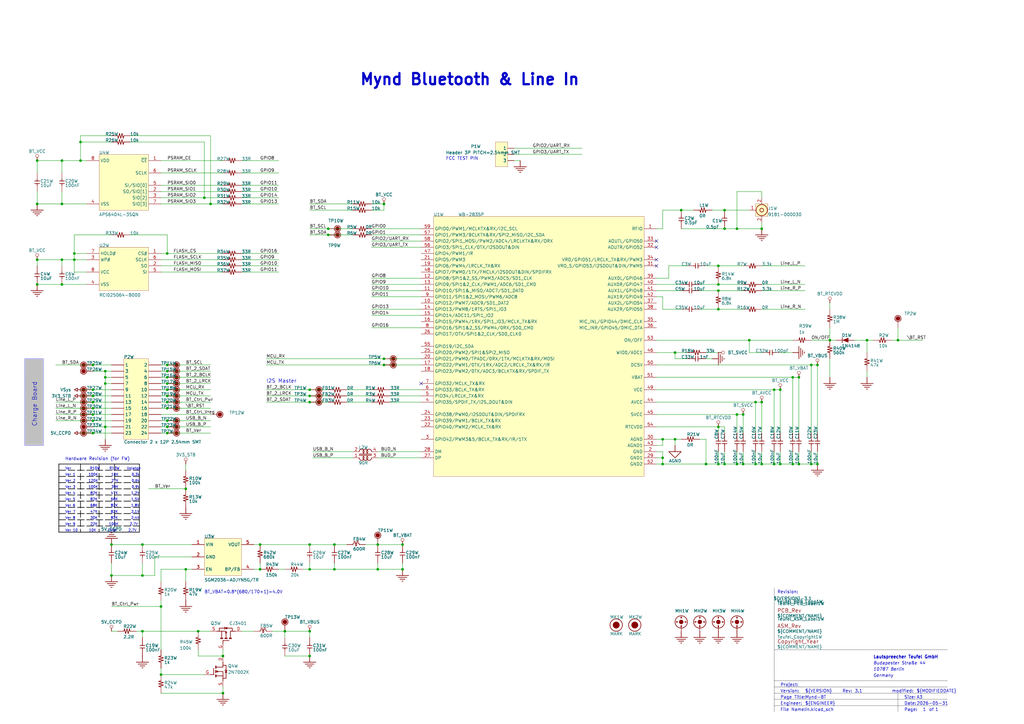
<source format=kicad_sch>
(kicad_sch (version 20231120) (generator "eeschema") (generator_version "8.0")
  (paper "A3")
  (title_block (title "Mynd-BT") (rev "3.1"))
  (junction (at 157.48 147.1422))
  (junction (at 38.1 149.6822))
  (junction (at 317.5 190.3222))
  (junction (at 127 258.9022))
  (junction (at 58.42 236.0422))
  (junction (at 58.42 258.9022))
  (junction (at 15.24 83.6422))
  (junction (at 320.04 190.3222))
  (junction (at 320.04 159.8422))
  (junction (at 335.28 190.3222))
  (junction (at 43.18 152.2222))
  (junction (at 309.88 164.9222))
  (junction (at 276.86 180.1622))
  (junction (at 332.74 190.3222))
  (junction (at 312.42 93.8022))
  (junction (at 38.1 162.3822))
  (junction (at 312.42 190.3222))
  (junction (at 325.12 190.3222))
  (junction (at 33.02 58.2422))
  (junction (at 294.64 126.8222))
  (junction (at 332.74 149.6822))
  (junction (at 15.24 65.8622))
  (junction (at 289.56 190.3222))
  (junction (at 38.1 172.5422))
  (junction (at 127 269.0622))
  (junction (at 276.86 144.6022))
  (junction (at 127 162.3822))
  (junction (at 294.64 119.2022))
  (junction (at 304.8 170.0022))
  (junction (at 297.18 86.1822))
  (junction (at 307.34 139.5222))
  (junction (at 134.62 93.8022))
  (junction (at 68.58 172.5422))
  (junction (at 68.58 164.9222))
  (junction (at 271.78 190.3222))
  (junction (at 297.18 190.3222))
  (junction (at 302.26 170.0022))
  (junction (at 137.16 223.3422))
  (junction (at 157.48 83.6422))
  (junction (at 25.4 83.6422))
  (junction (at 38.1 159.8422))
  (junction (at 304.8 190.3222))
  (junction (at 33.02 65.8622))
  (junction (at 137.16 233.5022))
  (junction (at 340.36 139.5222))
  (junction (at 165.1 223.3422))
  (junction (at 38.1 170.0022))
  (junction (at 86.36 83.6422))
  (junction (at 30.48 106.5022))
  (junction (at 66.04 276.6822))
  (junction (at 368.3 139.5222))
  (junction (at 25.4 65.8622))
  (junction (at 43.18 175.0822))
  (junction (at 38.1 164.9222))
  (junction (at 302.26 190.3222))
  (junction (at 127 159.8422))
  (junction (at 76.2 233.5022))
  (junction (at 25.4 116.6622))
  (junction (at 68.58 167.4622))
  (junction (at 58.42 223.3422))
  (junction (at 297.18 93.8022))
  (junction (at 157.48 149.6822))
  (junction (at 154.94 233.5022))
  (junction (at 309.88 190.3222))
  (junction (at 68.58 159.8422))
  (junction (at 68.58 154.7622))
  (junction (at 15.24 116.6622))
  (junction (at 106.68 233.5022))
  (junction (at 91.44 284.3022))
  (junction (at 15.24 106.5022))
  (junction (at 317.5 159.8422))
  (junction (at 127 164.9222))
  (junction (at 91.44 269.0622))
  (junction (at 68.58 177.6222))
  (junction (at 83.82 81.1022))
  (junction (at 76.2 200.4822))
  (junction (at 294.64 175.0822))
  (junction (at 68.58 149.6822))
  (junction (at 68.58 103.9622))
  (junction (at 294.64 109.0422))
  (junction (at 127 223.3422))
  (junction (at 127 233.5022))
  (junction (at 25.4 106.5022))
  (junction (at 45.72 223.3422))
  (junction (at 106.68 223.3422))
  (junction (at 325.12 154.7622))
  (junction (at 165.1 233.5022))
  (junction (at 355.6 139.5222))
  (junction (at 43.18 154.7622))
  (junction (at 68.58 157.3022))
  (junction (at 279.4 86.1822))
  (junction (at 30.48 103.9622))
  (junction (at 312.42 164.9222))
  (junction (at 66.04 248.7422))
  (junction (at 327.66 190.3222))
  (junction (at 134.62 96.3422))
  (junction (at 81.28 258.9022))
  (junction (at 154.94 223.3422))
  (junction (at 68.58 162.3822))
  (junction (at 294.64 116.6622))
  (junction (at 68.58 175.0822))
  (junction (at 302.26 93.8022))
  (junction (at 38.1 177.6222))
  (junction (at 327.66 154.7622))
  (junction (at 116.84 258.9022))
  (junction (at 294.64 190.3222))
  (junction (at 68.58 152.2222))
  (junction (at 335.28 149.6822))
  (junction (at 45.72 236.0422))
  (junction (at 271.78 187.7822))
  (junction (at 271.78 180.1622))
  (junction (at 38.1 167.4622))
  (junction (at 43.18 157.3022))
  (no_connect (at 269.24 101.4222))
  (no_connect (at 269.24 109.0422))
  (no_connect (at 269.24 98.8822))
  (no_connect (at 172.72 157.3022))
  (no_connect (at 269.24 106.5022))
  (wire (pts (xy 99.06 70.9422) (xy 114.3 70.9422)))
  (polyline (pts (xy 33.02 190.3222) (xy 33.02 218.2622)) (stroke (width 0.254) (type dash) (color 0 0 0 1)))
  (wire (pts (xy 269.24 164.9222) (xy 309.88 164.9222)))
  (wire (pts (xy 30.48 106.5022) (xy 25.4 106.5022)))
  (wire (pts (xy 86.36 152.2222) (xy 68.58 152.2222)))
  (wire (pts (xy 307.34 139.5222) (xy 325.12 139.5222)))
  (wire (pts (xy 68.58 152.2222) (xy 66.04 152.2222)))
  (wire (pts (xy 325.12 190.3222) (xy 320.04 190.3222)))
  (wire (pts (xy 30.48 111.5822) (xy 30.48 106.5022)))
  (wire (pts (xy 289.56 190.3222) (xy 289.56 180.1622)))
  (wire (pts (xy 317.5 159.8422) (xy 320.04 159.8422)))
  (wire (pts (xy 99.06 76.0222) (xy 114.3 76.0222)))
  (wire (pts (xy 43.18 152.2222) (xy 38.1 152.2222)))
  (wire (pts (xy 38.1 175.0822) (xy 43.18 175.0822)))
  (wire (pts (xy 68.58 162.3822) (xy 86.36 162.3822)))
  (wire (pts (xy 368.3 139.5222) (xy 365.76 139.5222)))
  (wire (pts (xy 157.48 149.6822) (xy 109.22 149.6822)))
  (wire (pts (xy 127 233.5022) (xy 124.46 233.5022)))
  (polyline (pts (xy 317.5 281.7622) (xy 388.62 281.7622)) (stroke (width 0.0254) (type solid) (color 0 0 0 1)))
  (wire (pts (xy 66.04 149.6822) (xy 68.58 149.6822)))
  (polyline (pts (xy 317.5 289.3822) (xy 388.62 289.3822)) (stroke (width 0.0254) (type solid) (color 0 0 0 1)))
  (wire (pts (xy 294.64 190.3222) (xy 294.64 185.2422)))
  (wire (pts (xy 116.84 258.9022) (xy 127 258.9022)))
  (wire (pts (xy 271.78 187.7822) (xy 271.78 190.3222)))
  (wire (pts (xy 45.72 175.0822) (xy 43.18 175.0822)))
  (wire (pts (xy 68.58 159.8422) (xy 86.36 159.8422)))
  (wire (pts (xy 35.56 111.5822) (xy 30.48 111.5822)))
  (wire (pts (xy 172.72 116.6622) (xy 152.4 116.6622)))
  (wire (pts (xy 152.4 162.3822) (xy 142.24 162.3822)))
  (wire (pts (xy 271.78 182.7022) (xy 271.78 180.1622)))
  (wire (pts (xy 289.56 190.3222) (xy 294.64 190.3222)))
  (wire (pts (xy 99.06 78.5622) (xy 114.3 78.5622)))
  (wire (pts (xy 327.66 177.6222) (xy 327.66 154.7622)))
  (wire (pts (xy 312.42 190.3222) (xy 309.88 190.3222)))
  (wire (pts (xy 45.72 157.3022) (xy 43.18 157.3022)))
  (polyline (pts (xy 24.13 210.6422) (xy 57.15 210.6422)) (stroke (width 0.254) (type dash) (color 0 0 0 1)))
  (wire (pts (xy 104.14 233.5022) (xy 106.68 233.5022)))
  (polyline (pts (xy 57.15 190.3222) (xy 57.15 218.2622)) (stroke (width 0.254) (type solid) (color 0 0 0 1)))
  (wire (pts (xy 43.18 154.7622) (xy 43.18 157.3022)))
  (wire (pts (xy 294.64 116.6622) (xy 304.8 116.6622)))
  (wire (pts (xy 154.94 187.7822) (xy 172.72 187.7822)))
  (wire (pts (xy 289.56 109.0422) (xy 294.64 109.0422)))
  (wire (pts (xy 78.74 233.5022) (xy 76.2 233.5022)))
  (wire (pts (xy 83.82 276.6822) (xy 66.04 276.6822)))
  (wire (pts (xy 274.32 109.0422) (xy 274.32 114.1222)))
  (wire (pts (xy 157.48 86.1822) (xy 157.48 83.6422)))
  (wire (pts (xy 45.72 154.7622) (xy 43.18 154.7622)))
  (wire (pts (xy 91.44 266.5222) (xy 91.44 269.0622)))
  (wire (pts (xy 25.4 65.8622) (xy 15.24 65.8622)))
  (wire (pts (xy 294.64 175.0822) (xy 269.24 175.0822)))
  (wire (pts (xy 38.1 170.0022) (xy 22.86 170.0022)))
  (wire (pts (xy 269.24 180.1622) (xy 271.78 180.1622)))
  (wire (pts (xy 45.72 230.9622) (xy 45.72 236.0422)))
  (wire (pts (xy 172.72 149.6822) (xy 157.48 149.6822)))
  (polyline (pts (xy 317.5 291.9222) (xy 317.5 266.5222)) (stroke (width 0.0254) (type solid) (color 0 0 0 1)))
  (wire (pts (xy 294.64 119.2022) (xy 304.8 119.2022)))
  (wire (pts (xy 289.56 180.1622) (xy 287.02 180.1622)))
  (wire (pts (xy 68.58 103.9622) (xy 91.44 103.9622)))
  (wire (pts (xy 269.24 182.7022) (xy 271.78 182.7022)))
  (wire (pts (xy 302.26 190.3222) (xy 302.26 185.2422)))
  (wire (pts (xy 172.72 126.8222) (xy 152.4 126.8222)))
  (wire (pts (xy 83.82 58.2422) (xy 83.82 81.1022)))
  (wire (pts (xy 312.42 81.1022) (xy 312.42 78.5622)))
  (wire (pts (xy 68.58 177.6222) (xy 86.36 177.6222)))
  (wire (pts (xy 53.34 55.7022) (xy 86.36 55.7022)))
  (wire (pts (xy 271.78 190.3222) (xy 289.56 190.3222)))
  (wire (pts (xy 99.06 83.6422) (xy 114.3 83.6422)))
  (wire (pts (xy 45.72 164.9222) (xy 38.1 164.9222)))
  (wire (pts (xy 45.72 223.3422) (xy 58.42 223.3422)))
  (wire (pts (xy 104.14 258.9022) (xy 99.06 258.9022)))
  (wire (pts (xy 297.18 175.0822) (xy 294.64 175.0822)))
  (wire (pts (xy 335.28 149.6822) (xy 335.28 177.6222)))
  (wire (pts (xy 25.4 109.0422) (xy 25.4 106.5022)))
  (wire (pts (xy 294.64 175.0822) (xy 294.64 177.6222)))
  (wire (pts (xy 172.72 134.4422) (xy 152.4 134.4422)))
  (wire (pts (xy 127 233.5022) (xy 137.16 233.5022)))
  (wire (pts (xy 312.42 91.2622) (xy 312.42 93.8022)))
  (wire (pts (xy 332.74 139.5222) (xy 340.36 139.5222)))
  (wire (pts (xy 33.02 55.7022) (xy 33.02 58.2422)))
  (wire (pts (xy 276.86 144.6022) (xy 281.94 144.6022)))
  (wire (pts (xy 279.4 126.8222) (xy 271.78 126.8222)))
  (wire (pts (xy 66.04 172.5422) (xy 68.58 172.5422)))
  (polyline (pts (xy 24.13 203.0222) (xy 57.15 203.0222)) (stroke (width 0.254) (type dash) (color 0 0 0 1)))
  (wire (pts (xy 309.88 164.9222) (xy 312.42 164.9222)))
  (polyline (pts (xy 24.13 200.4822) (xy 57.15 200.4822)) (stroke (width 0.254) (type dash) (color 0 0 0 1)))
  (wire (pts (xy 312.42 78.5622) (xy 302.26 78.5622)))
  (polyline (pts (xy 317.5 284.3022) (xy 388.62 284.3022)) (stroke (width 0.0254) (type solid) (color 0 0 0 1)))
  (wire (pts (xy 66.04 109.0422) (xy 91.44 109.0422)))
  (wire (pts (xy 35.56 103.9622) (xy 30.48 103.9622)))
  (wire (pts (xy 312.42 109.0422) (xy 330.2 109.0422)))
  (wire (pts (xy 76.2 200.4822) (xy 60.96 200.4822)))
  (wire (pts (xy 68.58 172.5422) (xy 86.36 172.5422)))
  (wire (pts (xy 68.58 154.7622) (xy 86.36 154.7622)))
  (wire (pts (xy 172.72 121.7422) (xy 152.4 121.7422)))
  (wire (pts (xy 106.68 233.5022) (xy 106.68 230.9622)))
  (wire (pts (xy 294.64 109.0422) (xy 304.8 109.0422)))
  (wire (pts (xy 127 164.9222) (xy 109.22 164.9222)))
  (wire (pts (xy 66.04 238.5822) (xy 66.04 233.5022)))
  (wire (pts (xy 302.26 190.3222) (xy 304.8 190.3222)))
  (wire (pts (xy 35.56 116.6622) (xy 25.4 116.6622)))
  (wire (pts (xy 317.5 190.3222) (xy 312.42 190.3222)))
  (wire (pts (xy 289.56 144.6022) (xy 294.64 144.6022)))
  (wire (pts (xy 213.36 65.8622) (xy 210.82 65.8622)))
  (wire (pts (xy 172.72 101.4222) (xy 152.4 101.4222)))
  (wire (pts (xy 66.04 164.9222) (xy 68.58 164.9222)))
  (wire (pts (xy 332.74 177.6222) (xy 332.74 149.6822)))
  (wire (pts (xy 114.3 233.5022) (xy 116.84 233.5022)))
  (wire (pts (xy 66.04 175.0822) (xy 68.58 175.0822)))
  (polyline (pts (xy 40.64 190.3222) (xy 40.64 218.2622)) (stroke (width 0.254) (type dash) (color 0 0 0 1)))
  (wire (pts (xy 238.76 63.3222) (xy 210.82 63.3222)))
  (wire (pts (xy 269.24 144.6022) (xy 276.86 144.6022)))
  (wire (pts (xy 281.94 147.1422) (xy 276.86 147.1422)))
  (wire (pts (xy 137.16 230.9622) (xy 137.16 233.5022)))
  (wire (pts (xy 297.18 190.3222) (xy 297.18 185.2422)))
  (wire (pts (xy 152.4 164.9222) (xy 142.24 164.9222)))
  (wire (pts (xy 297.18 86.1822) (xy 292.1 86.1822)))
  (wire (pts (xy 279.4 116.6622) (xy 269.24 116.6622)))
  (wire (pts (xy 45.72 177.6222) (xy 38.1 177.6222)))
  (wire (pts (xy 58.42 258.9022) (xy 58.42 261.4422)))
  (wire (pts (xy 269.24 159.8422) (xy 317.5 159.8422)))
  (wire (pts (xy 116.84 269.0622) (xy 127 269.0622)))
  (wire (pts (xy 172.72 129.3622) (xy 152.4 129.3622)))
  (wire (pts (xy 294.64 126.8222) (xy 287.02 126.8222)))
  (wire (pts (xy 66.04 177.6222) (xy 68.58 177.6222)))
  (wire (pts (xy 340.36 134.4422) (xy 340.36 139.5222)))
  (wire (pts (xy 304.8 177.6222) (xy 304.8 170.0022)))
  (wire (pts (xy 25.4 70.9422) (xy 25.4 65.8622)))
  (wire (pts (xy 317.5 185.2422) (xy 317.5 190.3222)))
  (wire (pts (xy 66.04 103.9622) (xy 68.58 103.9622)))
  (wire (pts (xy 172.72 96.3422) (xy 152.4 96.3422)))
  (wire (pts (xy 154.94 223.3422) (xy 165.1 223.3422)))
  (wire (pts (xy 63.5 228.4222) (xy 63.5 236.0422)))
  (wire (pts (xy 53.34 58.2422) (xy 83.82 58.2422)))
  (wire (pts (xy 99.06 109.0422) (xy 114.3 109.0422)))
  (wire (pts (xy 55.88 258.9022) (xy 58.42 258.9022)))
  (wire (pts (xy 99.06 103.9622) (xy 114.3 103.9622)))
  (wire (pts (xy 274.32 114.1222) (xy 269.24 114.1222)))
  (wire (pts (xy 335.28 185.2422) (xy 335.28 190.3222)))
  (wire (pts (xy 332.74 190.3222) (xy 327.66 190.3222)))
  (wire (pts (xy 172.72 147.1422) (xy 157.48 147.1422)))
  (wire (pts (xy 86.36 55.7022) (xy 86.36 83.6422)))
  (wire (pts (xy 271.78 185.2422) (xy 271.78 187.7822)))
  (wire (pts (xy 304.8 190.3222) (xy 304.8 185.2422)))
  (wire (pts (xy 332.74 185.2422) (xy 332.74 190.3222)))
  (wire (pts (xy 30.48 106.5022) (xy 35.56 106.5022)))
  (wire (pts (xy 68.58 149.6822) (xy 86.36 149.6822)))
  (wire (pts (xy 355.6 154.7622) (xy 355.6 152.2222)))
  (wire (pts (xy 43.18 157.3022) (xy 43.18 175.0822)))
  (wire (pts (xy 335.28 190.3222) (xy 332.74 190.3222)))
  (wire (pts (xy 45.72 236.0422) (xy 58.42 236.0422)))
  (wire (pts (xy 134.62 93.8022) (xy 127 93.8022)))
  (wire (pts (xy 33.02 159.8422) (xy 38.1 159.8422)))
  (wire (pts (xy 144.78 96.3422) (xy 134.62 96.3422)))
  (wire (pts (xy 45.72 58.2422) (xy 33.02 58.2422)))
  (wire (pts (xy 66.04 170.0022) (xy 86.36 170.0022)))
  (wire (pts (xy 152.4 86.1822) (xy 157.48 86.1822)))
  (wire (pts (xy 368.3 139.5222) (xy 368.3 134.4422)))
  (wire (pts (xy 309.88 190.3222) (xy 304.8 190.3222)))
  (wire (pts (xy 127 223.3422) (xy 137.16 223.3422)))
  (wire (pts (xy 66.04 111.5822) (xy 91.44 111.5822)))
  (wire (pts (xy 22.86 149.6822) (xy 38.1 149.6822)))
  (wire (pts (xy 43.18 152.2222) (xy 43.18 154.7622)))
  (wire (pts (xy 165.1 230.9622) (xy 165.1 233.5022)))
  (wire (pts (xy 53.34 96.3422) (xy 68.58 96.3422)))
  (wire (pts (xy 172.72 119.2022) (xy 152.4 119.2022)))
  (wire (pts (xy 355.6 139.5222) (xy 350.52 139.5222)))
  (wire (pts (xy 99.06 111.5822) (xy 114.3 111.5822)))
  (wire (pts (xy 152.4 83.6422) (xy 157.48 83.6422)))
  (wire (pts (xy 45.72 152.2222) (xy 43.18 152.2222)))
  (polyline (pts (xy 368.3 291.9222) (xy 368.3 284.3022)) (stroke (width 0.0254) (type solid) (color 0 0 0 1)))
  (wire (pts (xy 327.66 190.3222) (xy 325.12 190.3222)))
  (wire (pts (xy 68.58 157.3022) (xy 86.36 157.3022)))
  (wire (pts (xy 238.76 60.7822) (xy 210.82 60.7822)))
  (wire (pts (xy 137.16 233.5022) (xy 154.94 233.5022)))
  (wire (pts (xy 302.26 177.6222) (xy 302.26 170.0022)))
  (wire (pts (xy 269.24 185.2422) (xy 271.78 185.2422)))
  (wire (pts (xy 66.04 154.7622) (xy 68.58 154.7622)))
  (polyline (pts (xy 24.13 205.5622) (xy 57.15 205.5622)) (stroke (width 0.254) (type dash) (color 0 0 0 1)))
  (wire (pts (xy 45.72 162.3822) (xy 38.1 162.3822)))
  (wire (pts (xy 111.76 258.9022) (xy 116.84 258.9022)))
  (wire (pts (xy 271.78 86.1822) (xy 271.78 93.8022)))
  (polyline (pts (xy 24.13 218.2622) (xy 57.15 218.2622)) (stroke (width 0.254) (type solid) (color 0 0 0 1)))
  (wire (pts (xy 43.18 175.0822) (xy 43.18 180.1622)))
  (wire (pts (xy 66.04 274.1422) (xy 66.04 276.6822)))
  (polyline (pts (xy 24.13 208.1022) (xy 57.15 208.1022)) (stroke (width 0.254) (type dash) (color 0 0 0 1)))
  (wire (pts (xy 317.5 177.6222) (xy 317.5 159.8422)))
  (wire (pts (xy 312.42 119.2022) (xy 330.2 119.2022)))
  (wire (pts (xy 99.06 106.5022) (xy 114.3 106.5022)))
  (wire (pts (xy 378.46 139.5222) (xy 368.3 139.5222)))
  (polyline (pts (xy 24.13 190.3222) (xy 24.13 218.2622)) (stroke (width 0.254) (type solid) (color 0 0 0 1)))
  (wire (pts (xy 66.04 81.1022) (xy 83.82 81.1022)))
  (polyline (pts (xy 317.5 279.2222) (xy 388.62 279.2222)) (stroke (width 0.0254) (type solid) (color 0 0 0 1)))
  (wire (pts (xy 172.72 164.9222) (xy 160.02 164.9222)))
  (wire (pts (xy 355.6 144.6022) (xy 355.6 139.5222)))
  (wire (pts (xy 66.04 233.5022) (xy 76.2 233.5022)))
  (wire (pts (xy 154.94 230.9622) (xy 154.94 233.5022)))
  (wire (pts (xy 144.78 86.1822) (xy 127 86.1822)))
  (wire (pts (xy 152.4 93.8022) (xy 172.72 93.8022)))
  (wire (pts (xy 269.24 149.6822) (xy 332.74 149.6822)))
  (wire (pts (xy 63.5 236.0422) (xy 58.42 236.0422)))
  (wire (pts (xy 279.4 86.1822) (xy 271.78 86.1822)))
  (wire (pts (xy 297.18 93.8022) (xy 279.4 93.8022)))
  (wire (pts (xy 58.42 258.9022) (xy 81.28 258.9022)))
  (wire (pts (xy 68.58 167.4622) (xy 86.36 167.4622)))
  (wire (pts (xy 45.72 258.9022) (xy 48.26 258.9022)))
  (wire (pts (xy 325.12 177.6222) (xy 325.12 154.7622)))
  (wire (pts (xy 144.78 93.8022) (xy 134.62 93.8022)))
  (wire (pts (xy 66.04 83.6422) (xy 86.36 83.6422)))
  (wire (pts (xy 271.78 121.7422) (xy 269.24 121.7422)))
  (wire (pts (xy 15.24 83.6422) (xy 15.24 78.5622)))
  (wire (pts (xy 287.02 119.2022) (xy 294.64 119.2022)))
  (wire (pts (xy 66.04 106.5022) (xy 91.44 106.5022)))
  (wire (pts (xy 66.04 162.3822) (xy 68.58 162.3822)))
  (wire (pts (xy 99.06 81.1022) (xy 114.3 81.1022)))
  (wire (pts (xy 271.78 93.8022) (xy 269.24 93.8022)))
  (wire (pts (xy 144.78 83.6422) (xy 127 83.6422)))
  (wire (pts (xy 38.1 167.4622) (xy 22.86 167.4622)))
  (wire (pts (xy 281.94 109.0422) (xy 274.32 109.0422)))
  (wire (pts (xy 33.02 65.8622) (xy 35.56 65.8622)))
  (wire (pts (xy 99.06 65.8622) (xy 114.3 65.8622)))
  (wire (pts (xy 127 162.3822) (xy 109.22 162.3822)))
  (wire (pts (xy 91.44 284.3022) (xy 91.44 281.7622)))
  (wire (pts (xy 284.48 86.1822) (xy 279.4 86.1822)))
  (wire (pts (xy 269.24 139.5222) (xy 307.34 139.5222)))
  (wire (pts (xy 325.12 154.7622) (xy 269.24 154.7622)))
  (polyline (pts (xy 24.13 197.9422) (xy 57.15 197.9422)) (stroke (width 0.254) (type dash) (color 0 0 0 1)))
  (wire (pts (xy 307.34 86.1822) (xy 297.18 86.1822)))
  (wire (pts (xy 302.26 78.5622) (xy 302.26 93.8022)))
  (wire (pts (xy 66.04 159.8422) (xy 68.58 159.8422)))
  (wire (pts (xy 128.27 185.2422) (xy 144.78 185.2422)))
  (wire (pts (xy 297.18 177.6222) (xy 297.18 175.0822)))
  (wire (pts (xy 127 230.9622) (xy 127 233.5022)))
  (wire (pts (xy 294.64 190.3222) (xy 297.18 190.3222)))
  (wire (pts (xy 83.82 81.1022) (xy 91.44 81.1022)))
  (wire (pts (xy 68.58 164.9222) (xy 86.36 164.9222)))
  (wire (pts (xy 312.42 164.9222) (xy 312.42 177.6222)))
  (wire (pts (xy 172.72 98.8822) (xy 152.4 98.8822)))
  (wire (pts (xy 312.42 126.8222) (xy 330.2 126.8222)))
  (wire (pts (xy 91.44 284.3022) (xy 66.04 284.3022)))
  (wire (pts (xy 312.42 116.6622) (xy 330.2 116.6622)))
  (wire (pts (xy 30.48 96.3422) (xy 30.48 103.9622)))
  (wire (pts (xy 340.36 147.1422) (xy 340.36 154.7622)))
  (polyline (pts (xy 24.13 192.8622) (xy 57.15 192.8622)) (stroke (width 0.254) (type dash) (color 0 0 0 1)))
  (wire (pts (xy 134.62 159.8422) (xy 127 159.8422)))
  (wire (pts (xy 35.56 83.6422) (xy 25.4 83.6422)))
  (polyline (pts (xy 46.99 190.3222) (xy 46.99 218.2622)) (stroke (width 0.254) (type dash) (color 0 0 0 1)))
  (wire (pts (xy 172.72 114.1222) (xy 152.4 114.1222)))
  (wire (pts (xy 304.8 126.8222) (xy 294.64 126.8222)))
  (wire (pts (xy 33.02 58.2422) (xy 33.02 65.8622)))
  (wire (pts (xy 172.72 162.3822) (xy 160.02 162.3822)))
  (wire (pts (xy 309.88 177.6222) (xy 309.88 164.9222)))
  (wire (pts (xy 320.04 185.2422) (xy 320.04 190.3222)))
  (wire (pts (xy 66.04 70.9422) (xy 91.44 70.9422)))
  (polyline (pts (xy 24.13 215.7222) (xy 57.15 215.7222)) (stroke (width 0.254) (type dash) (color 0 0 0 1)))
  (wire (pts (xy 81.28 269.0622) (xy 91.44 269.0622)))
  (wire (pts (xy 271.78 190.3222) (xy 269.24 190.3222)))
  (wire (pts (xy 30.48 103.9622) (xy 30.48 106.5022)))
  (wire (pts (xy 15.24 70.9422) (xy 15.24 65.8622)))
  (wire (pts (xy 104.14 223.3422) (xy 106.68 223.3422)))
  (wire (pts (xy 149.86 223.3422) (xy 154.94 223.3422)))
  (wire (pts (xy 127 258.9022) (xy 127 261.4422)))
  (wire (pts (xy 81.28 258.9022) (xy 86.36 258.9022)))
  (wire (pts (xy 154.94 185.2422) (xy 172.72 185.2422)))
  (wire (pts (xy 340.36 139.5222) (xy 342.9 139.5222)))
  (wire (pts (xy 25.4 78.5622) (xy 25.4 83.6422)))
  (polyline (pts (xy 317.5 266.5222) (xy 388.62 266.5222)) (stroke (width 0.0254) (type solid) (color 0 0 0 1)))
  (wire (pts (xy 276.86 182.7022) (xy 276.86 180.1622)))
  (wire (pts (xy 106.68 223.3422) (xy 127 223.3422)))
  (wire (pts (xy 66.04 65.8622) (xy 91.44 65.8622)))
  (wire (pts (xy 157.48 147.1422) (xy 109.22 147.1422)))
  (wire (pts (xy 25.4 116.6622) (xy 15.24 116.6622)))
  (wire (pts (xy 134.62 164.9222) (xy 127 164.9222)))
  (wire (pts (xy 332.74 149.6822) (xy 335.28 149.6822)))
  (wire (pts (xy 38.1 172.5422) (xy 22.86 172.5422)))
  (polyline (pts (xy 317.5 266.5222) (xy 317.5 241.1222)) (stroke (width 0.0254) (type solid) (color 0 0 0 1)))
  (polyline (pts (xy 24.13 195.4022) (xy 57.15 195.4022)) (stroke (width 0.254) (type dash) (color 0 0 0 1)))
  (wire (pts (xy 312.42 93.8022) (xy 302.26 93.8022)))
  (wire (pts (xy 38.1 159.8422) (xy 45.72 159.8422)))
  (wire (pts (xy 25.4 83.6422) (xy 15.24 83.6422)))
  (wire (pts (xy 340.36 124.2822) (xy 340.36 126.8222)))
  (wire (pts (xy 312.42 185.2422) (xy 312.42 190.3222)))
  (wire (pts (xy 76.2 190.3222) (xy 76.2 192.8622)))
  (wire (pts (xy 66.04 248.7422) (xy 66.04 246.2022)))
  (wire (pts (xy 45.72 55.7022) (xy 33.02 55.7022)))
  (wire (pts (xy 116.84 261.4422) (xy 116.84 258.9022)))
  (wire (pts (xy 320.04 159.8422) (xy 320.04 177.6222)))
  (wire (pts (xy 33.02 65.8622) (xy 25.4 65.8622)))
  (wire (pts (xy 302.26 170.0022) (xy 269.24 170.0022)))
  (wire (pts (xy 302.26 93.8022) (xy 297.18 93.8022)))
  (polyline (pts (xy 24.13 190.3222) (xy 57.15 190.3222)) (stroke (width 0.254) (type solid) (color 0 0 0 1)))
  (wire (pts (xy 45.72 248.7422) (xy 66.04 248.7422)))
  (wire (pts (xy 128.27 187.7822) (xy 144.78 187.7822)))
  (wire (pts (xy 66.04 157.3022) (xy 68.58 157.3022)))
  (wire (pts (xy 127 159.8422) (xy 109.22 159.8422)))
  (wire (pts (xy 172.72 159.8422) (xy 160.02 159.8422)))
  (wire (pts (xy 304.8 170.0022) (xy 302.26 170.0022)))
  (wire (pts (xy 312.42 144.6022) (xy 307.34 144.6022)))
  (wire (pts (xy 287.02 116.6622) (xy 294.64 116.6622)))
  (wire (pts (xy 327.66 185.2422) (xy 327.66 190.3222)))
  (wire (pts (xy 68.58 96.3422) (xy 68.58 103.9622)))
  (wire (pts (xy 297.18 190.3222) (xy 302.26 190.3222)))
  (wire (pts (xy 58.42 236.0422) (xy 58.42 230.9622)))
  (wire (pts (xy 58.42 223.3422) (xy 78.74 223.3422)))
  (wire (pts (xy 325.12 144.6022) (xy 320.04 144.6022)))
  (wire (pts (xy 154.94 233.5022) (xy 165.1 233.5022)))
  (wire (pts (xy 271.78 180.1622) (xy 276.86 180.1622)))
  (wire (pts (xy 38.1 164.9222) (xy 22.86 164.9222)))
  (wire (pts (xy 292.1 147.1422) (xy 289.56 147.1422)))
  (polyline (pts (xy 317.5 286.8422) (xy 388.62 286.8422)) (stroke (width 0.0254) (type solid) (color 0 0 0 1)))
  (wire (pts (xy 45.72 172.5422) (xy 38.1 172.5422)))
  (wire (pts (xy 276.86 180.1622) (xy 279.4 180.1622)))
  (wire (pts (xy 358.14 139.5222) (xy 355.6 139.5222)))
  (wire (pts (xy 45.72 167.4622) (xy 38.1 167.4622)))
  (wire (pts (xy 327.66 154.7622) (xy 325.12 154.7622)))
  (wire (pts (xy 309.88 185.2422) (xy 309.88 190.3222)))
  (wire (pts (xy 68.58 175.0822) (xy 86.36 175.0822)))
  (wire (pts (xy 86.36 83.6422) (xy 91.44 83.6422)))
  (wire (pts (xy 152.4 159.8422) (xy 142.24 159.8422)))
  (wire (pts (xy 66.04 76.0222) (xy 91.44 76.0222)))
  (wire (pts (xy 38.1 162.3822) (xy 33.02 162.3822)))
  (wire (pts (xy 134.62 162.3822) (xy 127 162.3822)))
  (wire (pts (xy 320.04 190.3222) (xy 317.5 190.3222)))
  (wire (pts (xy 271.78 126.8222) (xy 271.78 121.7422)))
  (wire (pts (xy 38.1 177.6222) (xy 33.02 177.6222)))
  (wire (pts (xy 66.04 167.4622) (xy 68.58 167.4622)))
  (wire (pts (xy 81.28 266.5222) (xy 81.28 269.0622)))
  (wire (pts (xy 78.74 228.4222) (xy 63.5 228.4222)))
  (wire (pts (xy 38.1 149.6822) (xy 45.72 149.6822)))
  (polyline (pts (xy 24.13 213.1822) (xy 57.15 213.1822)) (stroke (width 0.254) (type dash) (color 0 0 0 1)))
  (wire (pts (xy 307.34 144.6022) (xy 307.34 139.5222)))
  (wire (pts (xy 66.04 78.5622) (xy 91.44 78.5622)))
  (wire (pts (xy 142.24 223.3422) (xy 137.16 223.3422)))
  (wire (pts (xy 325.12 185.2422) (xy 325.12 190.3222)))
  (wire (pts (xy 66.04 266.5222) (xy 66.04 248.7422)))
  (wire (pts (xy 276.86 147.1422) (xy 276.86 144.6022)))
  (wire (pts (xy 15.24 106.5022) (xy 15.24 109.0422)))
  (wire (pts (xy 45.72 96.3422) (xy 30.48 96.3422)))
  (wire (pts (xy 76.2 233.5022) (xy 76.2 238.5822)))
  (wire (pts (xy 279.4 119.2022) (xy 269.24 119.2022)))
  (wire (pts (xy 269.24 187.7822) (xy 271.78 187.7822)))
  (wire (pts (xy 45.72 170.0022) (xy 38.1 170.0022)))
  (wire (pts (xy 25.4 106.5022) (xy 15.24 106.5022)))
  (wire (pts (xy 134.62 96.3422) (xy 127 96.3422)))
  (rectangle (start 17.78 147.1422) (end 10.16 182.7022) (stroke (width 0.0254) (color 0 0 255 1)) (fill (type color) (color 192 192 192 1)))
  (text "Size:" (at 370.84 286.8422 0) (effects (font (size 1.27 1.27)) (justify left bottom)))
  (text "Ver 7        47K       82K       2.1V" (at 26.67 210.6422 0) (effects (font (size 1.016 1.016)) (justify left bottom)))
  (text "${##}" (at 383.54 291.9222 0) (effects (font (size 1.27 1.27)) (justify left bottom)))
  (text "Page:" (at 370.84 291.9222 0) (effects (font (size 1.27 1.27)) (justify left bottom)))
  (text "Ver 1       100K       10K       0.3V" (at 26.67 195.4022 0) (effects (font (size 1.016 1.016)) (justify left bottom)))
  (text "${PROJECTNAME}" (at 330.2 281.7622 0) (effects (font (size 1.27 1.27)) (justify left bottom)))
  (text "of" (at 381 291.9222 0) (effects (font (size 1.27 1.27)) (justify left bottom)))
  (text "Germany" (at 358.14 277.9522 0) (effects (font (size 1.27 1.27) (italic yes)) (justify left bottom)))
  (text "${CURRENT_DATE}" (at 375.92 289.3822 0) (effects (font (size 1.27 1.27)) (justify left bottom)))
  (text "FCC TEST PIN" (at 182.88 65.8622 0) (effects (font (size 1.27 1.27)) (justify left bottom)))
  (text "Page Title:" (at 320.04 286.8422 0) (effects (font (size 1.27 1.27)) (justify left bottom)))
  (text "A3" (at 375.92 286.8422 0) (effects (font (size 1.27 1.27)) (justify left bottom)))
  (text "Lautspreecher Teufel GmbH" (at 358.14 270.3322 0) (effects (font (size 1.27 1.27) (thickness 0.254) (bold yes)) (justify left bottom)))
  (text "Version:" (at 320.04 284.3022 0) (effects (font (size 1.27 1.27)) (justify left bottom)))
  (text "${VERSION}" (at 330.2 284.3022 0) (effects (font (size 1.27 1.27)) (justify left bottom)))
  (text "Project:" (at 320.04 281.7622 0) (effects (font (size 1.27 1.27)) (justify left bottom)))
  (text "${TITLE}" (at 330.2 286.8422 0) (effects (font (size 1.27 1.27)) (justify left bottom)))
  (text "${REVISION}" (at 350.52 284.3022 0) (effects (font (size 1.27 1.27)) (justify left bottom)))
  (text "Ver 4        82K       47K       1.2V" (at 26.67 203.0222 0) (effects (font (size 1.016 1.016)) (justify left bottom)))
  (text "I2S Master" (at 109.22 157.3022 0) (effects (font (size 1.524 1.524)) (justify left bottom)))
  (text "Ver 9        22K      100K      2.7V" (at 26.67 215.7222 0) (effects (font (size 1.016 1.016)) (justify left bottom)))
  (text "Date:" (at 370.84 289.3822 0) (effects (font (size 1.27 1.27)) (justify left bottom)))
  (text "modified:" (at 365.76 284.3022 0) (effects (font (size 1.27 1.27)) (justify left bottom)))
  (text "Ver 2       120K       27K       0.6V" (at 26.67 197.9422 0) (effects (font (size 1.016 1.016)) (justify left bottom)))
  (text "${MODIFIEDDATE}" (at 375.92 284.3022 0) (effects (font (size 1.27 1.27)) (justify left bottom)))
  (text "Mynd Bluetooth & Line In" (at 147.32 35.3822 0) (effects (font (size 4.572 4.572) (thickness 0.9144) (bold yes)) (justify left bottom)))
  (text "Ver 6        68K       82K       1.8V" (at 26.67 208.1022 0) (effects (font (size 1.016 1.016)) (justify left bottom)))
  (text "${#}" (at 378.46 291.9222 0) (effects (font (size 1.27 1.27)) (justify left bottom)))
  (text "Charge Board" (at 15.24 175.0822 90) (effects (font (size 1.778 1.778)) (justify left bottom)))
  (text "Ver 8        30K       82K       2.4V" (at 26.67 213.1822 0) (effects (font (size 1.016 1.016)) (justify left bottom)))
  (text "Ver 3       100K       39K       0.9V" (at 26.67 200.4822 0) (effects (font (size 1.016 1.016)) (justify left bottom)))
  (text "10787 Berlin" (at 358.14 275.4122 0) (effects (font (size 1.27 1.27) (italic yes)) (justify left bottom)))
  (text "Engineer:" (at 320.04 289.3822 0) (effects (font (size 1.27 1.27)) (justify left bottom)))
  (text "Ver 10      10K      100K      2.7V" (at 26.67 218.2622 0) (effects (font (size 1.016 1.016)) (justify left bottom)))
  (text "${ENGINEER}" (at 330.2 289.3822 0) (effects (font (size 1.27 1.27)) (justify left bottom)))
  (text "File Name:" (at 320.04 291.9222 0) (effects (font (size 1.27 1.27)) (justify left bottom)))
  (text "BT_VBAT=0.8*(680/170+1)=4.0V" (at 83.82 243.6622 0) (effects (font (size 1.27 1.27)) (justify left bottom)))
  (text "Ver          R10W     R13W    Volatge" (at 26.67 192.8622 0) (effects (font (size 1.016 1.016)) (justify left bottom)))
  (text "Revision:" (at 318.77 243.6622 0) (effects (font (size 1.27 1.27)) (justify left bottom)))
  (text "Ver 5        82K       68K       1.5V" (at 26.67 205.5622 0) (effects (font (size 1.016 1.016)) (justify left bottom)))
  (text "Budapester Straße 44" (at 358.14 272.8722 0) (effects (font (size 1.27 1.27) (italic yes)) (justify left bottom)))
  (text "Rev:" (at 345.44 284.3022 0) (effects (font (size 1.27 1.27)) (justify left bottom)))
  (text "Hardware Revision (for FW)" (at 26.67 189.0522 0) (effects (font (size 1.27 1.27)) (justify left bottom)))
  (text "${FILENAME}" (at 330.2 291.9222 0) (effects (font (size 1.27 1.27)) (justify left bottom)))
  (label "PSRAM_SIO2" (at 68.58 81.1022 0))
  (label "GPIO16" (at 152.4 134.4422 0))
  (label "BT_SCL" (at 127 93.8022 0))
  (label "PSRAM_SIO0" (at 68.58 76.0222 0))
  (label "FLASH_CS" (at 71.12 103.9622 0))
  (label "GPIO10" (at 106.68 78.5622 0))
  (label "BUD_N" (at 156.21 185.2422 0))
  (label "GPIO1" (at 152.4 96.3422 0))
  (label "BT_Ver" (at 76.2 177.6222 0))
  (label "GPIO14" (at 106.68 81.1022 0))
  (label "FLASH_MOSI" (at 71.12 111.5822 0))
  (label "Line_R_N" (at 320.04 126.8222 0))
  (label "Line_L_P" (at 22.86 164.9222 0))
  (label "PSRAM_SIO3" (at 68.58 83.6422 0))
  (label "USB_B_N" (at 128.27 185.2422 0))
  (label "GPIO10" (at 152.4 119.2022 0))
  (label "BT_Ver" (at 63.5 200.4822 0))
  (label "BT_SDA" (at 127 96.3422 0))
  (label "GPIO13" (at 152.4 126.8222 0))
  (label "BT_Ctrl_Vreg" (at 76.2 170.0022 0))
  (label "GPIO11" (at 106.68 76.0222 0))
  (label "Line_R_P" (at 22.86 170.0022 0))
  (label "BT_SCL" (at 76.2 149.6822 0))
  (label "GPIO14" (at 152.4 129.3622 0))
  (label "Line_R_P" (at 320.04 119.2022 0))
  (label "GPIO2/UART_RX" (at 152.4 98.8822 0))
  (label "GPIO11" (at 106.68 111.5822 0))
  (label "Line_L_P" (at 320.04 109.0422 0))
  (label "Line_L_N" (at 22.86 167.4622 0))
  (label "GPIO8" (at 106.68 65.8622 0))
  (label "BT_SDA" (at 25.4 149.6822 0))
  (label "BT_SCL" (at 127 86.1822 0))
  (label "BT_Ctrl_Pwr" (at 76.2 164.9222 0))
  (label "BT_2_SDAT" (at 76.2 152.2222 0))
  (label "GPIO9" (at 106.68 70.9422 0))
  (label "GPIO11" (at 152.4 121.7422 0))
  (label "BT_2_LRCK" (at 109.22 162.3822 0))
  (label "MCU_RX" (at 109.22 147.1422 0))
  (label "BT_2_BCLK" (at 76.2 154.7622 0))
  (label "GPIO13" (at 106.68 83.6422 0))
  (label "GPIO3/UART_TX" (at 152.4 101.4222 0))
  (label "USB_B_N" (at 76.2 172.5422 0))
  (label "USB_B_P" (at 128.27 187.7822 0))
  (label "PSRAM_CE" (at 68.58 65.8622 0))
  (label "GPIO3/UART_TX" (at 218.44 63.3222 0))
  (label "Line_L_N" (at 320.04 116.6622 0))
  (label "PSRAM_SCLK" (at 68.58 70.9422 0))
  (label "\\BT_RST" (at 76.2 167.4622 0))
  (label "BT_Ctrl_Pwr" (at 45.72 248.7422 0))
  (label "GPIO2/UART_RX" (at 218.44 60.7822 0))
  (label "\\BT_RST" (at 372.11 139.5222 0))
  (label "GPIO8" (at 152.4 114.1222 0))
  (label "GPIO9" (at 106.68 106.5022 0))
  (label "MCU_TX" (at 76.2 162.3822 0))
  (label "MCU_RX" (at 76.2 159.8422 0))
  (label "GPIO10" (at 106.68 109.0422 0))
  (label "BT_2_LRCK" (at 76.2 157.3022 0))
  (label "MCU_TX" (at 109.22 149.6822 0))
  (label "GPIO9" (at 152.4 116.6622 0))
  (label "GPIO16" (at 106.68 103.9622 0))
  (label "BT_2_SDAT" (at 109.22 164.9222 0))
  (label "BUD_P" (at 156.21 187.7822 0))
  (label "FLASH_MISO" (at 71.12 109.0422 0))
  (label "GPIO0" (at 152.4 93.8022 0))
  (label "FLASH_SCLK" (at 71.12 106.5022 0))
  (label "USB_B_P" (at 76.2 175.0822 0))
  (label "BT_SDA" (at 127 83.6422 0))
  (label "PSRAM_SIO1" (at 68.58 78.5622 0))
  (label "Line_R_N" (at 22.86 172.5422 0))
  (label "BT_2_BCLK" (at 109.22 159.8422 0))
  (label "ON/OFF" (at 332.74 139.5222 0))
  (symbol (lib_id "Mynd_BT-altium-import:root_1_P-001-0158-27") (at 116.84 269.0622 0) (unit 1)
    (property "Reference" "C30W" (at 118.11 265.5062 0) (effects (justify left bottom)))
    (property "Value" "${ALTIUM_VALUE}" (at 118.11 267.2842 0) (effects (justify left bottom)))
    (property "Footprint" "C0805_145" (effects (hide yes)))
    (property "Description" "PSHF SMD M CAP 10uF 16V ±10% 0805 X7R" (effects (hide yes)))
    (property "MANUFACTURER" "Multi Sourced" (effects (hide yes)))
    (property "TOLERANCE" "±10% 0805" (effects (hide yes)))
    (property "PART_NUMBER" "Generic" (effects (hide yes)))
    (property "VOLTAGE" "16V" (effects (hide yes)))
    (property "ALTIUM_VALUE" "10uF" (effects (hide yes)))
    (property "PART_TYPE" "Capacitor SMT" (effects (hide yes)))
    (property "TEMP_COEFFICIENT" "X7R" (effects (hide yes)))
  )
  (symbol (lib_id "Mynd_BT-altium-import:root_0_mirrored_TP") (at 38.1 175.0822 0) (unit 1)
    (property "Reference" "TP33W" (at 35.56 175.0822 0) (effects (justify left bottom)))
    (property "Value" "TP12" (effects (hide yes)))
    (property "Footprint" "TP120" (effects (hide yes)))
    (property "Description" "Test Point" (effects (hide yes)))
    (property "DESIGN ITEM ID" "TP" (effects (hide yes)))
  )
  (symbol (lib_id "Mynd_BT-altium-import:root_0_Teufel_Copyright") (at 318.77 263.9822 0) (unit 1)
    (property "Reference" "Teufel_Copyright1W" (at 318.77 261.9502 0) (effects (justify left bottom)))
    (property "Value" "${COMMENT/NAME}" (at 318.77 266.0142 0) (effects (justify left bottom)))
    (property "Footprint" "TEUFEL_COPYRIGHT" (effects (hide yes)))
    (property "Description" "Teufel_Copyright_Year" (effects (hide yes)))
  )
  (symbol (lib_id "Mynd_BT-altium-import:root_2_RES1") (at 160.02 164.9222 0) (unit 1)
    (property "Reference" "R4W" (at 149.86 164.9222 0) (effects (justify left bottom)))
    (property "Value" "${ALTIUM_VALUE}" (at 160.02 164.9222 0) (effects (justify left bottom)))
    (property "Footprint" "R0603" (effects (hide yes)))
    (property "Description" "PS SMD RES. 33OHM 1/10W 5% 0603" (effects (hide yes)))
    (property "TOLERANCE" "5%" (effects (hide yes)))
    (property "MANUFACTURER" "Multi Sourced" (effects (hide yes)))
    (property "PART_NUMBER" "Generic" (effects (hide yes)))
    (property "WATTAGE" "1/10W" (effects (hide yes)))
    (property "ALTIUM_VALUE" "33R" (effects (hide yes)))
    (property "PART_TYPE" "Resistor SMT" (effects (hide yes)))
  )
  (symbol (lib_id "Mynd_BT-altium-import:root_0_TP") (at 127 159.8422 0) (unit 1)
    (property "Reference" "TP1W" (at 120.65 159.8422 0) (effects (justify left bottom)))
    (property "Value" "TP12" (effects (hide yes)))
    (property "Footprint" "TP120" (effects (hide yes)))
    (property "Description" "Test Point" (effects (hide yes)))
    (property "DESIGN ITEM ID" "TP" (effects (hide yes)))
  )
  (symbol (lib_id "Mynd_BT-altium-import:root_2_RES1") (at 160.02 159.8422 0) (unit 1)
    (property "Reference" "R1W" (at 149.86 159.8422 0) (effects (justify left bottom)))
    (property "Value" "${ALTIUM_VALUE}" (at 160.02 159.8422 0) (effects (justify left bottom)))
    (property "Footprint" "R0603" (effects (hide yes)))
    (property "Description" "PS SMD RES. 33OHM 1/10W 5% 0603" (effects (hide yes)))
    (property "TOLERANCE" "5%" (effects (hide yes)))
    (property "MANUFACTURER" "Multi Sourced" (effects (hide yes)))
    (property "PART_NUMBER" "Generic" (effects (hide yes)))
    (property "WATTAGE" "1/10W" (effects (hide yes)))
    (property "ALTIUM_VALUE" "33R" (effects (hide yes)))
    (property "PART_TYPE" "Resistor SMT" (effects (hide yes)))
  )
  (symbol (lib_id "Mynd_BT-altium-import:root_3_CAP1") (at 154.94 223.3422 0) (unit 1)
    (property "Reference" "C28W" (at 156.21 227.4062 0) (effects (justify left bottom)))
    (property "Value" "${ALTIUM_VALUE}" (at 156.21 229.1842 0) (effects (justify left bottom)))
    (property "Footprint" "C0805_145" (effects (hide yes)))
    (property "Description" "PSHF SMD M CAP 10uF 16V ±10% 0805 0805 X5R" (effects (hide yes)))
    (property "TOLERANCE" "±10% 0805" (effects (hide yes)))
    (property "MANUFACTURER" "Multi Sourced" (effects (hide yes)))
    (property "PART_NUMBER" "Generic" (effects (hide yes)))
    (property "VOLTAGE" "16V" (effects (hide yes)))
    (property "ALTIUM_VALUE" "10uF" (effects (hide yes)))
    (property "PART_TYPE" "Capacitor SMT" (effects (hide yes)))
    (property "TEMP_COEFFICIENT" "X5R" (effects (hide yes)))
  )
  (symbol (lib_id "Mynd_BT-altium-import:root_2_RES1") (at 99.06 65.8622 0) (unit 1)
    (property "Reference" "R27W" (at 88.9 65.8622 0) (effects (justify left bottom)))
    (property "Value" "${ALTIUM_VALUE}" (at 99.06 65.8622 0) (effects (justify left bottom)))
    (property "Footprint" "R0603" (effects (hide yes)))
    (property "Description" "PS SMD RES. 33OHM 1/10W 5% 0603" (effects (hide yes)))
    (property "TOLERANCE" "5%" (effects (hide yes)))
    (property "MANUFACTURER" "Multi Sourced" (effects (hide yes)))
    (property "PART_NUMBER" "Generic" (effects (hide yes)))
    (property "WATTAGE" "1/10W" (effects (hide yes)))
    (property "ALTIUM_VALUE" "33R" (effects (hide yes)))
    (property "PART_TYPE" "Resistor SMT" (effects (hide yes)))
  )
  (symbol (lib_id "Mynd_BT-altium-import:GND_POWER_GROUND") (at 76.2 246.2022 0) (unit 1)
    (property "Reference" "#PWR?" (effects (hide yes)))
    (property "Value" "GND" (effects (hide yes)))
  )
  (symbol (lib_id "Mynd_BT-altium-import:root_0_RES1") (at 358.14 139.5222 0) (unit 1)
    (property "Reference" "R2W" (at 360.426 138.2522 0) (effects (justify left bottom)))
    (property "Value" "${ALTIUM_VALUE}" (at 360.426 142.5702 0) (effects (justify left bottom)))
    (property "Footprint" "R0603" (effects (hide yes)))
    (property "Description" "PS SMD RES. 10KOHM 1/10W 1% 0603" (effects (hide yes)))
    (property "TOLERANCE" "1%" (effects (hide yes)))
    (property "MANUFACTURER" "Multi Sourced" (effects (hide yes)))
    (property "PART_NUMBER" "Generic" (effects (hide yes)))
    (property "WATTAGE" "1/10W" (effects (hide yes)))
    (property "ALTIUM_VALUE" "10k" (effects (hide yes)))
    (property "PART_TYPE" "Resistor SMT" (effects (hide yes)))
  )
  (symbol (lib_id "Mynd_BT-altium-import:root_0_RES1") (at 134.62 159.8422 0) (unit 1)
    (property "Reference" "FB1W" (at 132.08 159.8422 0) (effects (justify left bottom)))
    (property "Value" "${ALTIUM_VALUE}" (at 142.24 159.8422 0) (effects (justify left bottom)))
    (property "Footprint" "R0603" (effects (hide yes)))
    (property "Description" "GPHF SMD RES. 0OHM 1/10W 5% 0603" (effects (hide yes)))
    (property "MANUFACTURER" "Multi Sourced" (effects (hide yes)))
    (property "TOLERANCE" "5%" (effects (hide yes)))
    (property "PART_NUMBER" "Generic" (effects (hide yes)))
    (property "WATTAGE" "1/10W" (effects (hide yes)))
    (property "ALTIUM_VALUE" "0R" (effects (hide yes)))
    (property "PART_TYPE" "Resistor SMT" (effects (hide yes)))
  )
  (symbol (lib_id "Mynd_BT-altium-import:root_0_mirrored_TP") (at 38.1 172.5422 0) (unit 1)
    (property "Reference" "TP32W" (at 35.56 172.5422 0) (effects (justify left bottom)))
    (property "Value" "TP12" (effects (hide yes)))
    (property "Footprint" "TP120" (effects (hide yes)))
    (property "Description" "Test Point" (effects (hide yes)))
    (property "DESIGN ITEM ID" "TP" (effects (hide yes)))
  )
  (symbol (lib_id "Mynd_BT-altium-import:root_0_TP") (at 157.48 147.1422 0) (unit 1)
    (property "Reference" "TP5W" (at 151.13 147.1422 0) (effects (justify left bottom)))
    (property "Value" "TP12" (effects (hide yes)))
    (property "Footprint" "TP120" (effects (hide yes)))
    (property "Description" "Test Point" (effects (hide yes)))
    (property "DESIGN ITEM ID" "TP" (effects (hide yes)))
  )
  (symbol (lib_id "Mynd_BT-altium-import:root_0_mirrored_TP") (at 38.1 162.3822 0) (unit 1)
    (property "Reference" "TP28W" (at 35.56 162.3822 0) (effects (justify left bottom)))
    (property "Value" "TP12" (effects (hide yes)))
    (property "Footprint" "TP120" (effects (hide yes)))
    (property "Description" "Test Point" (effects (hide yes)))
    (property "DESIGN ITEM ID" "TP" (effects (hide yes)))
  )
  (symbol (lib_id "Mynd_BT-altium-import:root_0_TP") (at 134.62 93.8022 0) (unit 1)
    (property "Reference" "TP10W" (at 134.62 91.2622 0) (effects (justify left bottom)))
    (property "Value" "TP12" (effects (hide yes)))
    (property "Footprint" "TP120" (effects (hide yes)))
    (property "Description" "Test Point" (effects (hide yes)))
    (property "DESIGN ITEM ID" "TP" (effects (hide yes)))
  )
  (symbol (lib_id "Mynd_BT-altium-import:root_1_SCREW_HOLE") (at 294.64 258.9022 0) (unit 1)
    (property "Reference" "MH3W" (at 292.1 251.2822 0) (effects (justify left bottom)))
    (property "Value" "SCREW_HOLE" (effects (hide yes)))
    (property "Footprint" "SCREW_D32" (effects (hide yes)))
    (property "Description" "SCREW_HOLE D3.2mm" (effects (hide yes)))
    (property "DESIGN ITEM ID" "SCREW_HOLE" (effects (hide yes)))
  )
  (symbol (lib_id "Mynd_BT-altium-import:root_0_CON 3P") (at 203.2 58.2422 0) (unit 1)
    (property "Reference" "P1W" (at 193.04 60.7822 0) (effects (justify left bottom)))
    (property "Value" "${ALTIUM_VALUE}" (at 182.88 63.3222 0) (effects (justify left bottom)))
    (property "Footprint" "Pin_Header_SMD_S_T_254_3P" (effects (hide yes)))
    (property "Description" "GP HEADER PIN 3P P=2.54mm 90° GOLD" (effects (hide yes)))
    (property "PART_NUMBER" "Header 3P PITCH=2.54mm SMT" (effects (hide yes)))
    (property "ALTIUM_VALUE" "${PART_NUMBER}" (effects (hide yes)))
    (property "PART_TYPE" "Connector 1 x 3P 2.54mm SMT" (effects (hide yes)))
  )
  (symbol (lib_id "Mynd_BT-altium-import:root_2_RES1") (at 99.06 106.5022 0) (unit 1)
    (property "Reference" "R35W" (at 88.9 106.5022 0) (effects (justify left bottom)))
    (property "Value" "${ALTIUM_VALUE}" (at 99.06 106.5022 0) (effects (justify left bottom)))
    (property "Footprint" "R0603" (effects (hide yes)))
    (property "Description" "PS SMD RES. 33OHM 1/10W 5% 0603" (effects (hide yes)))
    (property "TOLERANCE" "5%" (effects (hide yes)))
    (property "MANUFACTURER" "Multi Sourced" (effects (hide yes)))
    (property "PART_NUMBER" "Generic" (effects (hide yes)))
    (property "WATTAGE" "1/10W" (effects (hide yes)))
    (property "ALTIUM_VALUE" "33R" (effects (hide yes)))
    (property "PART_TYPE" "Resistor SMT" (effects (hide yes)))
  )
  (symbol (lib_id "Mynd_BT-altium-import:root_2_RES1") (at 99.06 70.9422 0) (unit 1)
    (property "Reference" "R28W" (at 88.9 70.9422 0) (effects (justify left bottom)))
    (property "Value" "${ALTIUM_VALUE}" (at 99.06 70.9422 0) (effects (justify left bottom)))
    (property "Footprint" "R0603" (effects (hide yes)))
    (property "Description" "PS SMD RES. 33OHM 1/10W 5% 0603" (effects (hide yes)))
    (property "TOLERANCE" "5%" (effects (hide yes)))
    (property "MANUFACTURER" "Multi Sourced" (effects (hide yes)))
    (property "PART_NUMBER" "Generic" (effects (hide yes)))
    (property "WATTAGE" "1/10W" (effects (hide yes)))
    (property "ALTIUM_VALUE" "33R" (effects (hide yes)))
    (property "PART_TYPE" "Resistor SMT" (effects (hide yes)))
  )
  (symbol (lib_id "Mynd_BT-altium-import:root_2_RES1") (at 124.46 233.5022 0) (unit 1)
    (property "Reference" "R44W" (at 119.126 232.2322 0) (effects (justify left bottom)))
    (property "Value" "${ALTIUM_VALUE}" (at 119.126 236.5502 0) (effects (justify left bottom)))
    (property "Footprint" "R0603" (effects (hide yes)))
    (property "Description" "PS SMD RES. 20KOHM 1/10W 1% 0603" (effects (hide yes)))
    (property "TOLERANCE" "1%" (effects (hide yes)))
    (property "WATTAGE" "1/10W" (effects (hide yes)))
    (property "PART_NUMBER" "Generic" (effects (hide yes)))
    (property "MANUFACTURER" "Multi Sourced" (effects (hide yes)))
    (property "ALTIUM_VALUE" "20k" (effects (hide yes)))
    (property "PART_TYPE" "Resistor SMT" (effects (hide yes)))
  )
  (symbol (lib_id "Mynd_BT-altium-import:GND_POWER_GROUND") (at 45.72 236.0422 0) (unit 1)
    (property "Reference" "#PWR?" (effects (hide yes)))
    (property "Value" "GND" (effects (hide yes)))
  )
  (symbol (lib_id "Mynd_BT-altium-import:GND_POWER_GROUND") (at 287.02 258.9022 0) (unit 1)
    (property "Reference" "#PWR?" (effects (hide yes)))
    (property "Value" "GND" (effects (hide yes)))
  )
  (symbol (lib_id "Mynd_BT-altium-import:GND_POWER_GROUND") (at 312.42 93.8022 0) (unit 1)
    (property "Reference" "#PWR?" (effects (hide yes)))
    (property "Value" "GND" (effects (hide yes)))
  )
  (symbol (lib_id "Mynd_BT-altium-import:3V3_STB_ARROW") (at 33.02 162.3822 270) (unit 1)
    (property "Reference" "#PWR?" (effects (hide yes)))
    (property "Value" "3V3_STB" (at 29.21 162.3822 90) (effects (justify right)))
  )
  (symbol (lib_id "Mynd_BT-altium-import:root_2_DIODE_SWITCHING1") (at 350.52 139.5222 0) (unit 1)
    (property "Reference" "D1W" (at 345.186 138.2522 0) (effects (justify left bottom)))
    (property "Value" "${ALTIUM_VALUE}" (at 345.186 142.5702 0) (effects (justify left bottom)))
    (property "Footprint" "SOD-323" (effects (hide yes)))
    (property "Description" "PS SMD DIODE 2P 100V SOD323 1N4148 CJ" (effects (hide yes)))
    (property "MANUFACTURER" "[CJ]" (effects (hide yes)))
    (property "PART_NUMBER" "1N4148" (effects (hide yes)))
    (property "CURRENT" "150mA" (effects (hide yes)))
    (property "ALTIUM_VALUE" "${PART_NUMBER}" (effects (hide yes)))
    (property "PART_TYPE" "Semiconductor Diode SMT" (effects (hide yes)))
    (property "VOLTAGE" "100V" (effects (hide yes)))
  )
  (symbol (lib_id "Mynd_BT-altium-import:root_2_CAP1") (at 320.04 144.6022 0) (unit 1)
    (property "Reference" "C32W" (at 309.88 144.6022 0) (effects (justify left bottom)))
    (property "Value" "${ALTIUM_VALUE}" (at 317.5 144.6022 0) (effects (justify left bottom)))
    (property "Footprint" "C0603X80" (effects (hide yes)))
    (property "Description" "PSHF SMD M CAP 100pF 50V ±10% 0603 X7R" (effects (hide yes)))
    (property "MANUFACTURER" "Multi Sourced" (effects (hide yes)))
    (property "PART_NUMBER" "Generic" (effects (hide yes)))
    (property "VOLTAGE" "50V" (effects (hide yes)))
    (property "TOLERANCE" "±10%" (effects (hide yes)))
    (property "ALTIUM_VALUE" "100pF" (effects (hide yes)))
    (property "PART_TYPE" "Capacitor SMT" (effects (hide yes)))
    (property "TEMP_COEFFICIENT" "X7R" (effects (hide yes)))
  )
  (symbol (lib_id "Mynd_BT-altium-import:GND_POWER_GROUND") (at 15.24 116.6622 0) (unit 1)
    (property "Reference" "#PWR?" (effects (hide yes)))
    (property "Value" "GND" (effects (hide yes)))
  )
  (symbol (lib_id "Mynd_BT-altium-import:root_0_RES1") (at 134.62 162.3822 0) (unit 1)
    (property "Reference" "FB2W" (at 132.08 162.3822 0) (effects (justify left bottom)))
    (property "Value" "${ALTIUM_VALUE}" (at 142.24 162.3822 0) (effects (justify left bottom)))
    (property "Footprint" "R0603" (effects (hide yes)))
    (property "Description" "GPHF SMD RES. 0OHM 1/10W 5% 0603" (effects (hide yes)))
    (property "MANUFACTURER" "Multi Sourced" (effects (hide yes)))
    (property "TOLERANCE" "5%" (effects (hide yes)))
    (property "PART_NUMBER" "Generic" (effects (hide yes)))
    (property "WATTAGE" "1/10W" (effects (hide yes)))
    (property "ALTIUM_VALUE" "0R" (effects (hide yes)))
    (property "PART_TYPE" "Resistor SMT" (effects (hide yes)))
  )
  (symbol (lib_id "Mynd_BT-altium-import:root_1_CAP1") (at 58.42 230.9622 0) (unit 1)
    (property "Reference" "C25W" (at 59.69 227.4062 0) (effects (justify left bottom)))
    (property "Value" "${ALTIUM_VALUE}" (at 59.69 229.1842 0) (effects (justify left bottom)))
    (property "Footprint" "C0603X100" (effects (hide yes)))
    (property "Description" "PSHF SMD M CAP 100nF 50V ±10% 0603 X7R" (effects (hide yes)))
    (property "MANUFACTURER" "Multi Sourced" (effects (hide yes)))
    (property "PART_NUMBER" "Generic" (effects (hide yes)))
    (property "VOLTAGE" "50V" (effects (hide yes)))
    (property "TOLERANCE" "±10%" (effects (hide yes)))
    (property "ALTIUM_VALUE" "100nF" (effects (hide yes)))
    (property "PART_TYPE" "Capacitor SMT" (effects (hide yes)))
    (property "TEMP_COEFFICIENT" "X7R" (effects (hide yes)))
  )
  (symbol (lib_id "Mynd_BT-altium-import:root_3_RES1") (at 66.04 266.5222 0) (unit 1)
    (property "Reference" "R23W" (at 67.31 270.5862 0) (effects (justify left bottom)))
    (property "Value" "${ALTIUM_VALUE}" (at 67.31 272.3642 0) (effects (justify left bottom)))
    (property "Footprint" "R0603" (effects (hide yes)))
    (property "Description" "PS SMD RES. 1KOHM 1/10W 1% 0603" (effects (hide yes)))
    (property "TOLERANCE" "1%" (effects (hide yes)))
    (property "PART_TYPE" "Resistor SMT" (effects (hide yes)))
    (property "ALTIUM_VALUE" "1k" (effects (hide yes)))
    (property "MANUFACTURER" "Multi Sourced" (effects (hide yes)))
    (property "TEMP_COEFFICIENT" "150ppm" (effects (hide yes)))
    (property "PART_NUMBER" "Generic" (effects (hide yes)))
    (property "WATTAGE" "1/10W" (effects (hide yes)))
  )
  (symbol (lib_id "Mynd_BT-altium-import:root_1_TP") (at 368.3 134.4422 0) (unit 1)
    (property "Reference" "TP2W" (at 370.84 129.3622 0) (effects (justify left bottom)))
    (property "Value" "TP12" (effects (hide yes)))
    (property "Footprint" "TP120" (effects (hide yes)))
    (property "Description" "Test Point" (effects (hide yes)))
    (property "DESIGN ITEM ID" "TP" (effects (hide yes)))
  )
  (symbol (lib_id "Mynd_BT-altium-import:root_3_CAP1") (at 127 223.3422 0) (unit 1)
    (property "Reference" "C26W" (at 128.27 227.4062 0) (effects (justify left bottom)))
    (property "Value" "${ALTIUM_VALUE}" (at 128.27 229.1842 0) (effects (justify left bottom)))
    (property "Footprint" "C0805_145" (effects (hide yes)))
    (property "Description" "PSHF SMD M CAP 10uF 16V ±10% 0805 0805 X5R" (effects (hide yes)))
    (property "TOLERANCE" "±10% 0805" (effects (hide yes)))
    (property "MANUFACTURER" "Multi Sourced" (effects (hide yes)))
    (property "PART_NUMBER" "Generic" (effects (hide yes)))
    (property "VOLTAGE" "16V" (effects (hide yes)))
    (property "ALTIUM_VALUE" "10uF" (effects (hide yes)))
    (property "PART_TYPE" "Capacitor SMT" (effects (hide yes)))
    (property "TEMP_COEFFICIENT" "X5R" (effects (hide yes)))
  )
  (symbol (lib_id "Mynd_BT-altium-import:root_0_N-MOS1") (at 86.36 274.1422 0) (unit 1)
    (property "Reference" "Q4W" (at 93.472 273.8882 0) (effects (justify left bottom)))
    (property "Value" "${ALTIUM_VALUE}" (at 93.472 276.4282 0) (effects (justify left bottom)))
    (property "Footprint" "SOT23-GSD" (effects (hide yes)))
    (property "Description" "GP SMD FET 3P SOT23 2N7002K CTE" (effects (hide yes)))
    (property "CURRENT" "300MA" (effects (hide yes)))
    (property "MANUFACTURER" "CTE" (effects (hide yes)))
    (property "PART_NUMBER" "2N7002K" (effects (hide yes)))
    (property "ALTIUM_VALUE" "${PART_NUMBER}" (effects (hide yes)))
    (property "PART_TYPE" "Semiconductor Transistor SMT" (effects (hide yes)))
    (property "VOLTAGE" "60V" (effects (hide yes)))
  )
  (symbol (lib_id "Mynd_BT-altium-import:root_2_RES1") (at 99.06 76.0222 0) (unit 1)
    (property "Reference" "R29W" (at 88.9 76.0222 0) (effects (justify left bottom)))
    (property "Value" "${ALTIUM_VALUE}" (at 99.06 76.0222 0) (effects (justify left bottom)))
    (property "Footprint" "R0603" (effects (hide yes)))
    (property "Description" "PS SMD RES. 33OHM 1/10W 5% 0603" (effects (hide yes)))
    (property "TOLERANCE" "5%" (effects (hide yes)))
    (property "MANUFACTURER" "Multi Sourced" (effects (hide yes)))
    (property "PART_NUMBER" "Generic" (effects (hide yes)))
    (property "WATTAGE" "1/10W" (effects (hide yes)))
    (property "ALTIUM_VALUE" "33R" (effects (hide yes)))
    (property "PART_TYPE" "Resistor SMT" (effects (hide yes)))
  )
  (symbol (lib_id "Mynd_BT-altium-import:root_1_CAP1") (at 137.16 230.9622 0) (unit 1)
    (property "Reference" "C27W" (at 138.43 227.4062 0) (effects (justify left bottom)))
    (property "Value" "${ALTIUM_VALUE}" (at 138.43 229.1842 0) (effects (justify left bottom)))
    (property "Footprint" "C0603X100" (effects (hide yes)))
    (property "Description" "PSHF SMD M CAP 100nF 16V ±10%  0603 X7R" (effects (hide yes)))
    (property "MANUFACTURER" "Multi Sourced" (effects (hide yes)))
    (property "PART_NUMBER" "Generic" (effects (hide yes)))
    (property "VOLTAGE" "16V" (effects (hide yes)))
    (property "TOLERANCE" "±10%" (effects (hide yes)))
    (property "ALTIUM_VALUE" "100nF" (effects (hide yes)))
    (property "PART_TYPE" "Capacitor SMT" (effects (hide yes)))
    (property "TEMP_COEFFICIENT" "X7R" (effects (hide yes)))
  )
  (symbol (lib_id "Mynd_BT-altium-import:GND_POWER_GROUND") (at 165.1 233.5022 0) (unit 1)
    (property "Reference" "#PWR?" (effects (hide yes)))
    (property "Value" "GND" (effects (hide yes)))
  )
  (symbol (lib_id "Mynd_BT-altium-import:GND_POWER_GROUND") (at 340.36 154.7622 0) (unit 1)
    (property "Reference" "#PWR?" (effects (hide yes)))
    (property "Value" "GND" (effects (hide yes)))
  )
  (symbol (lib_id "Mynd_BT-altium-import:root_1_mirrored_RES1") (at 294.64 126.8222 0) (unit 1)
    (property "Reference" "R8W" (at 295.91 123.2662 0) (effects (justify left bottom)))
    (property "Value" "${ALTIUM_VALUE}" (at 295.91 125.0442 0) (effects (justify left bottom)))
    (property "Footprint" "R0603" (effects (hide yes)))
    (property "Description" "PS SMD RES. 6.8KOHM 1/10W 1% 0603" (effects (hide yes)))
    (property "TOLERANCE" "1%" (effects (hide yes)))
    (property "PART_TYPE" "Resistor SMT" (effects (hide yes)))
    (property "ALTIUM_VALUE" "6.8k" (effects (hide yes)))
    (property "MANUFACTURER" "Multi Sourced" (effects (hide yes)))
    (property "TEMP_COEFFICIENT" "150ppm" (effects (hide yes)))
    (property "PART_NUMBER" "Generic" (effects (hide yes)))
    (property "WATTAGE" "1/10W" (effects (hide yes)))
  )
  (symbol (lib_id "Mynd_BT-altium-import:root_0_CON 2x12P") (at 50.8 147.1422 0) (unit 1)
    (property "Reference" "P2W" (at 50.8 147.1422 0) (effects (justify left bottom)))
    (property "Value" "${ALTIUM_VALUE}" (at 50.8 181.9922 0) (effects (justify left bottom)))
    (property "Footprint" "Pin_Header_SMD_2X12_254" (effects (hide yes)))
    (property "Description" "SMD BTB CONNECTOR 24P P2.54mm GOLD" (effects (hide yes)))
    (property "MANUFACTURER" "MINGHENG" (effects (hide yes)))
    (property "PART_NUMBER" "Connector 2 x 12P 2.54mm SMT" (effects (hide yes)))
    (property "SYSTEM" "Connector" (effects (hide yes)))
    (property "ALTIUM_VALUE" "${PART_NUMBER}" (effects (hide yes)))
    (property "PART_TYPE" "Connector 2 x12P 2.54mm SMT" (effects (hide yes)))
  )
  (symbol (lib_id "Mynd_BT-altium-import:BT_AVCC_CIRCLE") (at 312.42 164.9222 180) (unit 1)
    (property "Reference" "#PWR?" (effects (hide yes)))
    (property "Value" "BT_AVCC" (at 312.42 161.1122 0))
  )
  (symbol (lib_id "Mynd_BT-altium-import:BT_VCC_CIRCLE") (at 157.48 83.6422 180) (unit 1)
    (property "Reference" "#PWR?" (effects (hide yes)))
    (property "Value" "BT_VCC" (at 157.48 79.8322 0))
  )
  (symbol (lib_id "Mynd_BT-altium-import:root_2_RES1") (at 332.74 139.5222 0) (unit 1)
    (property "Reference" "R39W" (at 327.66 134.4422 0) (effects (justify left bottom)))
    (property "Value" "${ALTIUM_VALUE}" (at 327.66 136.9822 0) (effects (justify left bottom)))
    (property "Footprint" "R0603" (effects (hide yes)))
    (property "Description" "PS SMD RES. 1KOHM 1/10W 1% 0603" (effects (hide yes)))
    (property "TOLERANCE" "1%" (effects (hide yes)))
    (property "MANUFACTURER" "Multi Sourced" (effects (hide yes)))
    (property "PART_NUMBER" "Generic" (effects (hide yes)))
    (property "WATTAGE" "1/10W" (effects (hide yes)))
    (property "ALTIUM_VALUE" "1k" (effects (hide yes)))
    (property "PART_TYPE" "Resistor SMT" (effects (hide yes)))
  )
  (symbol (lib_id "Mynd_BT-altium-import:root_0_RES1") (at 304.8 109.0422 0) (unit 1)
    (property "Reference" "R7W" (at 302.26 109.0422 0) (effects (justify left bottom)))
    (property "Value" "${ALTIUM_VALUE}" (at 312.42 109.0422 0) (effects (justify left bottom)))
    (property "Footprint" "R0603" (effects (hide yes)))
    (property "Description" "GPHF SMD RES. 3.3KOHM 1/10W 1% 0603" (effects (hide yes)))
    (property "TOLERANCE" "1%" (effects (hide yes)))
    (property "MANUFACTURER" "Multi Sourced" (effects (hide yes)))
    (property "PART_NUMBER" "Generic" (effects (hide yes)))
    (property "WATTAGE" "1/10W" (effects (hide yes)))
    (property "ALTIUM_VALUE" "3.3k" (effects (hide yes)))
    (property "PART_TYPE" "Resistor SMT" (effects (hide yes)))
  )
  (symbol (lib_id "Mynd_BT-altium-import:root_2_RES1") (at 114.3 233.5022 0) (unit 1)
    (property "Reference" "R43W" (at 108.966 232.2322 0) (effects (justify left bottom)))
    (property "Value" "${ALTIUM_VALUE}" (at 108.966 236.5502 0) (effects (justify left bottom)))
    (property "Footprint" "R0603" (effects (hide yes)))
    (property "Description" "PS SMD RES. 150KOHM 1/10W 1% 0603" (effects (hide yes)))
    (property "TOLERANCE" "1%" (effects (hide yes)))
    (property "WATTAGE" "1/10W" (effects (hide yes)))
    (property "PART_NUMBER" "Generic" (effects (hide yes)))
    (property "MANUFACTURER" "Multi Sourced" (effects (hide yes)))
    (property "ALTIUM_VALUE" "150k" (effects (hide yes)))
    (property "PART_TYPE" "Resistor SMT" (effects (hide yes)))
  )
  (symbol (lib_id "Mynd_BT-altium-import:root_0_RES1") (at 304.8 126.8222 0) (unit 1)
    (property "Reference" "R16W" (at 302.26 126.8222 0) (effects (justify left bottom)))
    (property "Value" "${ALTIUM_VALUE}" (at 312.42 126.8222 0) (effects (justify left bottom)))
    (property "Footprint" "R0603" (effects (hide yes)))
    (property "Description" "PS SMD RES. 0OHM 1/10W 5% 0603" (effects (hide yes)))
    (property "TOLERANCE" "5%" (effects (hide yes)))
    (property "MANUFACTURER" "Multi Sourced" (effects (hide yes)))
    (property "PART_NUMBER" "Generic" (effects (hide yes)))
    (property "WATTAGE" "1/10W" (effects (hide yes)))
    (property "ALTIUM_VALUE" "0R" (effects (hide yes)))
    (property "PART_TYPE" "Resistor SMT" (effects (hide yes)))
  )
  (symbol (lib_id "Mynd_BT-altium-import:root_1_TP") (at 116.84 258.9022 0) (unit 1)
    (property "Reference" "TP13W" (at 116.84 253.8222 0) (effects (justify left bottom)))
    (property "Value" "TP06" (effects (hide yes)))
    (property "Footprint" "TP060" (effects (hide yes)))
    (property "Description" "Test Point" (effects (hide yes)))
    (property "DESIGN ITEM ID" "TP" (effects (hide yes)))
  )
  (symbol (lib_id "Mynd_BT-altium-import:root_3_RES1") (at 76.2 192.8622 0) (unit 1)
    (property "Reference" "R10W" (at 77.47 196.9262 0) (effects (justify left bottom)))
    (property "Value" "${ALTIUM_VALUE}" (at 77.47 198.7042 0) (effects (justify left bottom)))
    (property "Footprint" "R0603" (effects (hide yes)))
    (property "Description" "GPHF SMD RES. 100KOHM 1/10W 1% 0603" (effects (hide yes)))
    (property "TOLERANCE" "1%" (effects (hide yes)))
    (property "MANUFACTURER" "Multi Sourced" (effects (hide yes)))
    (property "PART_NUMBER" "Generic" (effects (hide yes)))
    (property "WATTAGE" "1/10W" (effects (hide yes)))
    (property "ALTIUM_VALUE" "100k" (effects (hide yes)))
    (property "PART_TYPE" "Resistor SMT" (effects (hide yes)))
  )
  (symbol (lib_id "Mynd_BT-altium-import:root_3_CAP1") (at 302.26 177.6222 0) (unit 1)
    (property "Reference" "C14W" (at 302.26 180.1622 90) (effects (justify left bottom)))
    (property "Value" "${ALTIUM_VALUE}" (at 302.26 190.3222 90) (effects (justify left bottom)))
    (property "Footprint" "C0603X100" (effects (hide yes)))
    (property "Description" "PSHF SMD M CAP 100nF 16V ±10%  0603 X7R" (effects (hide yes)))
    (property "MANUFACTURER" "Multi Sourced" (effects (hide yes)))
    (property "TOLERANCE" "±10%" (effects (hide yes)))
    (property "PART_NUMBER" "Generic" (effects (hide yes)))
    (property "VOLTAGE" "16V" (effects (hide yes)))
    (property "ALTIUM_VALUE" "100nF" (effects (hide yes)))
    (property "PART_TYPE" "Capacitor SMT" (effects (hide yes)))
    (property "TEMP_COEFFICIENT" "X7R" (effects (hide yes)))
  )
  (symbol (lib_id "Mynd_BT-altium-import:root_3_P-001-0038-26") (at 332.74 177.6222 0) (unit 1)
    (property "Reference" "C22W" (at 332.74 180.1622 90) (effects (justify left bottom)))
    (property "Value" "${ALTIUM_VALUE}" (at 332.74 190.3222 90) (effects (justify left bottom)))
    (property "Footprint" "C0603X100" (effects (hide yes)))
    (property "Description" "PSHF SMD M CAP 100nF 16V ±10%  0603 X7R" (effects (hide yes)))
    (property "MANUFACTURER" "Multi Sourced" (effects (hide yes)))
    (property "TOLERANCE" "±10%" (effects (hide yes)))
    (property "PART_NUMBER" "Generic" (effects (hide yes)))
    (property "VOLTAGE" "16V" (effects (hide yes)))
    (property "ALTIUM_VALUE" "100nF" (effects (hide yes)))
    (property "PART_TYPE" "Capacitor SMT" (effects (hide yes)))
    (property "TEMP_COEFFICIENT" "X7R" (effects (hide yes)))
  )
  (symbol (lib_id "Mynd_BT-altium-import:root_0_APS6404L-3SQN") (at 40.64 63.3222 0) (unit 1)
    (property "Reference" "U4W" (at 40.64 63.3222 0) (effects (justify left bottom)))
    (property "Value" "${ALTIUM_VALUE}" (at 40.64 88.7222 0) (effects (justify left bottom)))
    (property "Footprint" "SO-8" (effects (hide yes)))
    (property "Description" "QSPI PSRAM" (effects (hide yes)))
    (property "ALTIUM_VALUE" "${PART_NUMBER}" (effects (hide yes)))
    (property "PART_NUMBER" "APS6404L-3SQN" (effects (hide yes)))
    (property "PART_TYPE" "Semiconductor Integrated Circuit SMT" (effects (hide yes)))
    (property "MANUFACTURER" "APS" (effects (hide yes)))
  )
  (symbol (lib_id "Mynd_BT-altium-import:root_0_TP") (at 68.58 159.8422 0) (unit 1)
    (property "Reference" "TP18W" (at 66.04 159.8422 0) (effects (justify left bottom)))
    (property "Value" "TP12" (effects (hide yes)))
    (property "Footprint" "TP120" (effects (hide yes)))
    (property "Description" "Test Point" (effects (hide yes)))
    (property "DESIGN ITEM ID" "TP" (effects (hide yes)))
  )
  (symbol (lib_id "Mynd_BT-altium-import:root_2_RES1") (at 55.88 258.9022 0) (unit 1)
    (property "Reference" "R22W" (at 50.546 257.6322 0) (effects (justify left bottom)))
    (property "Value" "${ALTIUM_VALUE}" (at 50.546 261.9502 0) (effects (justify left bottom)))
    (property "Footprint" "R0805" (effects (hide yes)))
    (property "Description" "PS SMD RES. 2.2OHM 1/8W 5% 0805" (effects (hide yes)))
    (property "TOLERANCE" "5%" (effects (hide yes)))
    (property "MANUFACTURER" "Multi Sourced" (effects (hide yes)))
    (property "PART_NUMBER" "Generic" (effects (hide yes)))
    (property "WATTAGE" "1/8W" (effects (hide yes)))
    (property "ALTIUM_VALUE" "2.2R" (effects (hide yes)))
    (property "PART_TYPE" "Resistor SMT" (effects (hide yes)))
  )
  (symbol (lib_id "Mynd_BT-altium-import:BT_RTCVDD_CIRCLE") (at 340.36 124.2822 180) (unit 1)
    (property "Reference" "#PWR?" (effects (hide yes)))
    (property "Value" "BT_RTCVDD" (at 340.36 120.4722 0))
  )
  (symbol (lib_id "Mynd_BT-altium-import:root_0_CAP1") (at 279.4 116.6622 0) (unit 1)
    (property "Reference" "C34W" (at 276.86 116.6622 0) (effects (justify left bottom)))
    (property "Value" "${ALTIUM_VALUE}" (at 284.48 116.6622 0) (effects (justify left bottom)))
    (property "Footprint" "C0805_145" (effects (hide yes)))
    (property "Description" "PSHF SMD M CAP 10uF 16V ±10% 0805 X7R" (effects (hide yes)))
    (property "MANUFACTURER" "Multi Sourced" (effects (hide yes)))
    (property "TOLERANCE" "±10% 0805" (effects (hide yes)))
    (property "PART_NUMBER" "Generic" (effects (hide yes)))
    (property "VOLTAGE" "16V" (effects (hide yes)))
    (property "ALTIUM_VALUE" "10uF" (effects (hide yes)))
    (property "PART_TYPE" "Capacitor SMT" (effects (hide yes)))
    (property "TEMP_COEFFICIENT" "X7R" (effects (hide yes)))
  )
  (symbol (lib_id "Mynd_BT-altium-import:root_3_RES1") (at 66.04 276.6822 0) (unit 1)
    (property "Reference" "R24W" (at 67.31 280.7462 0) (effects (justify left bottom)))
    (property "Value" "${ALTIUM_VALUE}" (at 67.31 282.5242 0) (effects (justify left bottom)))
    (property "Footprint" "R0603" (effects (hide yes)))
    (property "Description" "PS SMD RES. 47KOHM 1/10W 1% 0603" (effects (hide yes)))
    (property "TOLERANCE" "1%" (effects (hide yes)))
    (property "PART_TYPE" "Resistor SMT" (effects (hide yes)))
    (property "ALTIUM_VALUE" "47k" (effects (hide yes)))
    (property "MANUFACTURER" "Multi Sourced" (effects (hide yes)))
    (property "TEMP_COEFFICIENT" "150ppm" (effects (hide yes)))
    (property "PART_NUMBER" "Generic" (effects (hide yes)))
    (property "WATTAGE" "1/10W" (effects (hide yes)))
  )
  (symbol (lib_id "Mynd_BT-altium-import:root_0_TP") (at 127 164.9222 0) (unit 1)
    (property "Reference" "TP4W" (at 120.65 164.9222 0) (effects (justify left bottom)))
    (property "Value" "TP12" (effects (hide yes)))
    (property "Footprint" "TP120" (effects (hide yes)))
    (property "Description" "Test Point" (effects (hide yes)))
    (property "DESIGN ITEM ID" "TP" (effects (hide yes)))
  )
  (symbol (lib_id "Mynd_BT-altium-import:GND_POWER_GROUND") (at 76.2 208.1022 0) (unit 1)
    (property "Reference" "#PWR?" (effects (hide yes)))
    (property "Value" "GND" (effects (hide yes)))
  )
  (symbol (lib_id "Mynd_BT-altium-import:root_0_RES1") (at 45.72 58.2422 0) (unit 1)
    (property "Reference" "R26W" (at 43.18 58.2422 0) (effects (justify left bottom)))
    (property "Value" "${ALTIUM_VALUE}" (at 53.34 58.2422 0) (effects (justify left bottom)))
    (property "Footprint" "R0603" (effects (hide yes)))
    (property "Description" "PS SMD RES. 10KOHM 1/10W 1% 0603" (effects (hide yes)))
    (property "TOLERANCE" "1%" (effects (hide yes)))
    (property "MANUFACTURER" "Multi Sourced" (effects (hide yes)))
    (property "PART_NUMBER" "Generic" (effects (hide yes)))
    (property "WATTAGE" "1/10W" (effects (hide yes)))
    (property "ALTIUM_VALUE" "10k" (effects (hide yes)))
    (property "PART_TYPE" "Resistor SMT" (effects (hide yes)))
  )
  (symbol (lib_id "Mynd_BT-altium-import:root_3_RES1") (at 81.28 258.9022 0) (unit 1)
    (property "Reference" "R45W" (at 73.66 263.9822 0) (effects (justify left bottom)))
    (property "Value" "${ALTIUM_VALUE}" (at 73.66 266.5222 0) (effects (justify left bottom)))
    (property "Footprint" "R0402" (effects (hide yes)))
    (property "Description" "GPHF SMD RES. 100KOHM 1/16W 1% 0402" (effects (hide yes)))
    (property "TOLERANCE" "1%" (effects (hide yes)))
    (property "MANUFACTURER" "Multi Sourced" (effects (hide yes)))
    (property "PART_NUMBER" "Generic" (effects (hide yes)))
    (property "WATTAGE" "1/16W" (effects (hide yes)))
    (property "ALTIUM_VALUE" "100k" (effects (hide yes)))
    (property "PART_TYPE" "Resistor SMT" (effects (hide yes)))
  )
  (symbol (lib_id "Mynd_BT-altium-import:root_1_P-001-0158-27") (at 327.66 185.2422 0) (unit 1)
    (property "Reference" "C11W" (at 327.66 180.1622 90) (effects (justify left bottom)))
    (property "Value" "${ALTIUM_VALUE}" (at 327.66 190.3222 90) (effects (justify left bottom)))
    (property "Footprint" "C0805_145" (effects (hide yes)))
    (property "Description" "PSHF SMD M CAP 10uF 16V ±10% 0805 X7R" (effects (hide yes)))
    (property "MANUFACTURER" "Multi Sourced" (effects (hide yes)))
    (property "TOLERANCE" "±10% 0805" (effects (hide yes)))
    (property "PART_NUMBER" "Generic" (effects (hide yes)))
    (property "VOLTAGE" "16V" (effects (hide yes)))
    (property "ALTIUM_VALUE" "10uF" (effects (hide yes)))
    (property "PART_TYPE" "Capacitor SMT" (effects (hide yes)))
    (property "TEMP_COEFFICIENT" "X7R" (effects (hide yes)))
  )
  (symbol (lib_id "Mynd_BT-altium-import:root_0_MARK") (at 252.73 256.3622 0) (unit 1)
    (property "Reference" "MK1W" (at 250.19 253.8222 0) (effects (justify left bottom)))
    (property "Value" "MARK" (at 250.19 260.6802 0) (effects (justify left bottom)))
    (property "Footprint" "MARK" (effects (hide yes)))
    (property "Description" "MARK DOT" (effects (hide yes)))
    (property "DESIGN ITEM ID" "MARK" (effects (hide yes)))
  )
  (symbol (lib_id "Mynd_BT-altium-import:5V_CCPD_CIRCLE") (at 45.72 258.9022 180) (unit 1)
    (property "Reference" "#PWR?" (effects (hide yes)))
    (property "Value" "5V_CCPD" (at 45.72 255.0922 0))
  )
  (symbol (lib_id "Mynd_BT-altium-import:BT_VCC_CIRCLE") (at 15.24 106.5022 180) (unit 1)
    (property "Reference" "#PWR?" (effects (hide yes)))
    (property "Value" "BT_VCC" (at 15.24 102.6922 0))
  )
  (symbol (lib_id "Mynd_BT-altium-import:root_0_MARK") (at 260.35 256.3622 0) (unit 1)
    (property "Reference" "MK2W" (at 257.81 253.8222 0) (effects (justify left bottom)))
    (property "Value" "MARK" (at 257.81 260.6802 0) (effects (justify left bottom)))
    (property "Footprint" "MARK" (effects (hide yes)))
    (property "Description" "MARK DOT" (effects (hide yes)))
    (property "DESIGN ITEM ID" "MARK" (effects (hide yes)))
  )
  (symbol (lib_id "Mynd_BT-altium-import:root_1_TP") (at 154.94 223.3422 0) (unit 1)
    (property "Reference" "TP11W" (at 154.94 218.2622 0) (effects (justify left bottom)))
    (property "Value" "TP06" (effects (hide yes)))
    (property "Footprint" "TP060" (effects (hide yes)))
    (property "Description" "Test Point" (effects (hide yes)))
    (property "DESIGN ITEM ID" "TP" (effects (hide yes)))
  )
  (symbol (lib_id "Mynd_BT-altium-import:root_3_CAP1") (at 297.18 177.6222 0) (unit 1)
    (property "Reference" "C7W" (at 297.18 180.1622 90) (effects (justify left bottom)))
    (property "Value" "${ALTIUM_VALUE}" (at 297.18 190.3222 90) (effects (justify left bottom)))
    (property "Footprint" "C0805_145" (effects (hide yes)))
    (property "Description" "PSHF SMD M CAP 10uF 16V ±10% 0805 X7R" (effects (hide yes)))
    (property "MANUFACTURER" "Multi Sourced" (effects (hide yes)))
    (property "TOLERANCE" "±10% 0805" (effects (hide yes)))
    (property "PART_NUMBER" "Generic" (effects (hide yes)))
    (property "VOLTAGE" "16V" (effects (hide yes)))
    (property "ALTIUM_VALUE" "10uF" (effects (hide yes)))
    (property "PART_TYPE" "Capacitor SMT" (effects (hide yes)))
    (property "TEMP_COEFFICIENT" "X7R" (effects (hide yes)))
  )
  (symbol (lib_id "Mynd_BT-altium-import:root_3_CAP1") (at 45.72 223.3422 0) (unit 1)
    (property "Reference" "C24W" (at 46.99 227.4062 0) (effects (justify left bottom)))
    (property "Value" "${ALTIUM_VALUE}" (at 46.99 229.1842 0) (effects (justify left bottom)))
    (property "Footprint" "C0805_145" (effects (hide yes)))
    (property "Description" "PSHF SMD M CAP 10uF 16V ±10% 0805 0805 X5R" (effects (hide yes)))
    (property "TOLERANCE" "±10% 0805" (effects (hide yes)))
    (property "MANUFACTURER" "Multi Sourced" (effects (hide yes)))
    (property "PART_NUMBER" "Generic" (effects (hide yes)))
    (property "VOLTAGE" "16V" (effects (hide yes)))
    (property "ALTIUM_VALUE" "10uF" (effects (hide yes)))
    (property "PART_TYPE" "Capacitor SMT" (effects (hide yes)))
    (property "TEMP_COEFFICIENT" "X5R" (effects (hide yes)))
  )
  (symbol (lib_id "Mynd_BT-altium-import:root_0_Bead1") (at 104.14 258.9022 0) (unit 1)
    (property "Reference" "FB5W" (at 106.68 257.3782 0) (effects (justify left bottom)))
    (property "Value" "${ALTIUM_VALUE}" (at 106.68 261.4422 0) (effects (justify left bottom)))
    (property "Footprint" "L0603" (effects (hide yes)))
    (property "Description" "PS SMD FERRITE BEAD 600OHM 25% 0603" (effects (hide yes)))
    (property "MANUFACTURER" "[TSA]" (effects (hide yes)))
    (property "CURRENT" "0.5A" (effects (hide yes)))
    (property "TOLERANCE" "1:25%" (effects (hide yes)))
    (property "FREQUENCY" "100MHz" (effects (hide yes)))
    (property "PART_NUMBER" "FCM1608KF-601T05" (effects (hide yes)))
    (property "ALTIUM_VALUE" "600R" (effects (hide yes)))
    (property "PART_TYPE" "Ferrite Bead SMT" (effects (hide yes)))
  )
  (symbol (lib_id "Mynd_BT-altium-import:3V3_STB_CIRCLE") (at 76.2 190.3222 180) (unit 1)
    (property "Reference" "#PWR?" (effects (hide yes)))
    (property "Value" "3V3_STB" (at 76.2 186.5122 0))
  )
  (symbol (lib_id "Mynd_BT-altium-import:root_3_RES1") (at 106.68 223.3422 0) (unit 1)
    (property "Reference" "R42W" (at 107.95 227.4062 0) (effects (justify left bottom)))
    (property "Value" "${ALTIUM_VALUE}" (at 107.95 229.1842 0) (effects (justify left bottom)))
    (property "Footprint" "R0603" (effects (hide yes)))
    (property "Description" "PS SMD RES. 680KOHM 1/10W 5% 0603" (effects (hide yes)))
    (property "MANUFACTURER" "Multi Sourced" (effects (hide yes)))
    (property "PART_NUMBER" "Generic" (effects (hide yes)))
    (property "TOLERANCE" "5%" (effects (hide yes)))
    (property "WATTAGE" "1/10W" (effects (hide yes)))
    (property "ALTIUM_VALUE" "680k" (effects (hide yes)))
    (property "PART_TYPE" "Resistor SMT" (effects (hide yes)))
  )
  (symbol (lib_id "Mynd_BT-altium-import:BT_VBUS_CIRCLE") (at 127 258.9022 180) (unit 1)
    (property "Reference" "#PWR?" (effects (hide yes)))
    (property "Value" "BT_VBUS" (at 127 255.0922 0))
  )
  (symbol (lib_id "Mynd_BT-altium-import:root_0_Teufel_PCB_Label") (at 318.77 251.2822 0) (unit 1)
    (property "Reference" "Teufel_PCB_Label1W" (at 318.77 248.2342 0) (effects (justify left bottom)))
    (property "Value" "${COMMENT/NAME}" (at 318.77 253.3142 0) (effects (justify left bottom)))
    (property "Footprint" "Teufel_PCB_Rev" (effects (hide yes)))
    (property "Description" "Teufel_PCB_Label" (effects (hide yes)))
  )
  (symbol (lib_id "Mynd_BT-altium-import:root_0_TP") (at 68.58 162.3822 0) (unit 1)
    (property "Reference" "TP19W" (at 66.04 162.3822 0) (effects (justify left bottom)))
    (property "Value" "TP12" (effects (hide yes)))
    (property "Footprint" "TP120" (effects (hide yes)))
    (property "Description" "Test Point" (effects (hide yes)))
    (property "DESIGN ITEM ID" "TP" (effects (hide yes)))
  )
  (symbol (lib_id "Mynd_BT-altium-import:root_0_SGM2036_YN5G") (at 83.82 220.8022 0) (unit 1)
    (property "Reference" "U3W" (at 83.82 220.8022 0) (effects (justify left bottom)))
    (property "Value" "${ALTIUM_VALUE}" (at 83.82 238.5822 0) (effects (justify left bottom)))
    (property "Footprint" "SOT23-5" (effects (hide yes)))
    (property "Description" "GP SMD IC 5P SC70 SGM2036-ADJYN5G/TR SGMICRO" (effects (hide yes)))
    (property "MANUFACTURER" "[SGMICRO]" (effects (hide yes)))
    (property "PART_NUMBER" "SGM2036-ADJYN5G/TR" (effects (hide yes)))
    (property "ALTIUM_VALUE" "${PART_NUMBER}" (effects (hide yes)))
    (property "PART_TYPE" "Semiconductor Integrated Circuit SMT" (effects (hide yes)))
  )
  (symbol (lib_id "Mynd_BT-altium-import:root_2_RES1") (at 99.06 111.5822 0) (unit 1)
    (property "Reference" "R37W" (at 88.9 111.5822 0) (effects (justify left bottom)))
    (property "Value" "${ALTIUM_VALUE}" (at 99.06 111.5822 0) (effects (justify left bottom)))
    (property "Footprint" "R0603" (effects (hide yes)))
    (property "Description" "PS SMD RES. 33OHM 1/10W 5% 0603" (effects (hide yes)))
    (property "TOLERANCE" "5%" (effects (hide yes)))
    (property "MANUFACTURER" "Multi Sourced" (effects (hide yes)))
    (property "PART_NUMBER" "Generic" (effects (hide yes)))
    (property "WATTAGE" "1/10W" (effects (hide yes)))
    (property "ALTIUM_VALUE" "33R" (effects (hide yes)))
    (property "PART_TYPE" "Resistor SMT" (effects (hide yes)))
  )
  (symbol (lib_id "Mynd_BT-altium-import:root_0_TP") (at 68.58 152.2222 0) (unit 1)
    (property "Reference" "TP15W" (at 66.04 152.2222 0) (effects (justify left bottom)))
    (property "Value" "TP12" (effects (hide yes)))
    (property "Footprint" "TP120" (effects (hide yes)))
    (property "Description" "Test Point" (effects (hide yes)))
    (property "DESIGN ITEM ID" "TP" (effects (hide yes)))
  )
  (symbol (lib_id "Mynd_BT-altium-import:root_1_SCREW_HOLE") (at 287.02 258.9022 0) (unit 1)
    (property "Reference" "MH2W" (at 284.48 251.2822 0) (effects (justify left bottom)))
    (property "Value" "SCREW_HOLE" (effects (hide yes)))
    (property "Footprint" "SCREW_D32" (effects (hide yes)))
    (property "Description" "SCREW_HOLE D3.2mm" (effects (hide yes)))
    (property "DESIGN ITEM ID" "SCREW_HOLE" (effects (hide yes)))
  )
  (symbol (lib_id "Mynd_BT-altium-import:root_3_RES1") (at 355.6 144.6022 0) (unit 1)
    (property "Reference" "R41W" (at 356.87 148.6662 0) (effects (justify left bottom)))
    (property "Value" "${ALTIUM_VALUE}" (at 356.87 150.4442 0) (effects (justify left bottom)))
    (property "Footprint" "R0603" (effects (hide yes)))
    (property "Description" "PS SMD RES. 47KOHM 1/10W 1% 0603" (effects (hide yes)))
    (property "TOLERANCE" "1%" (effects (hide yes)))
    (property "MANUFACTURER" "Multi Sourced" (effects (hide yes)))
    (property "PART_NUMBER" "Generic" (effects (hide yes)))
    (property "WATTAGE" "1/10W" (effects (hide yes)))
    (property "ALTIUM_VALUE" "47k" (effects (hide yes)))
    (property "PART_TYPE" "Resistor SMT" (effects (hide yes)))
  )
  (symbol (lib_id "Mynd_BT-altium-import:root_1_mirrored_P-MOS1") (at 93.98 263.9822 0) (unit 1)
    (property "Reference" "Q3W" (at 86.36 256.3622 0) (effects (justify left bottom)))
    (property "Value" "${ALTIUM_VALUE}" (at 93.98 256.3622 0) (effects (justify left bottom)))
    (property "Footprint" "SOT23-GSD" (effects (hide yes)))
    (property "Description" "GS SMD FET 3P -30V SOT-23 CJ3401 CJ" (effects (hide yes)))
    (property "CURRENT" "-4.2V" (effects (hide yes)))
    (property "MANUFACTURER" "[CJ]" (effects (hide yes)))
    (property "PART_NUMBER" "CJ3401" (effects (hide yes)))
    (property "ALTIUM_VALUE" "${PART_NUMBER}" (effects (hide yes)))
    (property "PART_TYPE" "Semiconductor Transistor SMT" (effects (hide yes)))
    (property "VOLTAGE" "-30V" (effects (hide yes)))
  )
  (symbol (lib_id "Mynd_BT-altium-import:BT_VBUS_CIRCLE") (at 335.28 149.6822 180) (unit 1)
    (property "Reference" "#PWR?" (effects (hide yes)))
    (property "Value" "BT_VBUS" (at 335.28 145.8722 0))
  )
  (symbol (lib_id "Mynd_BT-altium-import:root_0_mirrored_TP") (at 38.1 177.6222 0) (unit 1)
    (property "Reference" "TP34W" (at 35.56 177.6222 0) (effects (justify left bottom)))
    (property "Value" "TP12" (effects (hide yes)))
    (property "Footprint" "TP120" (effects (hide yes)))
    (property "Description" "Test Point" (effects (hide yes)))
    (property "DESIGN ITEM ID" "TP" (effects (hide yes)))
  )
  (symbol (lib_id "Mynd_BT-altium-import:root_0_TP") (at 127 162.3822 0) (unit 1)
    (property "Reference" "TP3W" (at 120.65 162.3822 0) (effects (justify left bottom)))
    (property "Value" "TP12" (effects (hide yes)))
    (property "Footprint" "TP120" (effects (hide yes)))
    (property "Description" "Test Point" (effects (hide yes)))
    (property "DESIGN ITEM ID" "TP" (effects (hide yes)))
  )
  (symbol (lib_id "Mynd_BT-altium-import:root_2_RES1") (at 287.02 180.1622 0) (unit 1)
    (property "Reference" "R21W" (at 281.686 178.8922 0) (effects (justify left bottom)))
    (property "Value" "${ALTIUM_VALUE}" (at 281.686 183.2102 0) (effects (justify left bottom)))
    (property "Footprint" "R0603" (effects (hide yes)))
    (property "Description" "PS SMD RES. 0OHM 1/10W 5% 0603" (effects (hide yes)))
    (property "TOLERANCE" "5%" (effects (hide yes)))
    (property "MANUFACTURER" "Multi Sourced" (effects (hide yes)))
    (property "PART_NUMBER" "Generic" (effects (hide yes)))
    (property "WATTAGE" "1/10W" (effects (hide yes)))
    (property "ALTIUM_VALUE" "0R" (effects (hide yes)))
    (property "PART_TYPE" "Resistor SMT" (effects (hide yes)))
  )
  (symbol (lib_id "Mynd_BT-altium-import:root_0_RES1") (at 144.78 96.3422 0) (unit 1)
    (property "Reference" "R6W" (at 142.24 96.3422 0) (effects (justify left bottom)))
    (property "Value" "${ALTIUM_VALUE}" (at 149.86 96.3422 0) (effects (justify left bottom)))
    (property "Footprint" "R0603" (effects (hide yes)))
    (property "Description" "PS SMD RES. 0OHM 1/10W 5% 0603" (effects (hide yes)))
    (property "TOLERANCE" "5%" (effects (hide yes)))
    (property "MANUFACTURER" "Multi Sourced" (effects (hide yes)))
    (property "PART_NUMBER" "Generic" (effects (hide yes)))
    (property "WATTAGE" "1/10W" (effects (hide yes)))
    (property "ALTIUM_VALUE" "0R" (effects (hide yes)))
    (property "PART_TYPE" "Resistor SMT" (effects (hide yes)))
  )
  (symbol (lib_id "Mynd_BT-altium-import:root_0_RES1") (at 144.78 93.8022 0) (unit 1)
    (property "Reference" "R5W" (at 142.24 93.8022 0) (effects (justify left bottom)))
    (property "Value" "${ALTIUM_VALUE}" (at 149.86 93.8022 0) (effects (justify left bottom)))
    (property "Footprint" "R0603" (effects (hide yes)))
    (property "Description" "PS SMD RES. 0OHM 1/10W 5% 0603" (effects (hide yes)))
    (property "TOLERANCE" "5%" (effects (hide yes)))
    (property "MANUFACTURER" "Multi Sourced" (effects (hide yes)))
    (property "PART_NUMBER" "Generic" (effects (hide yes)))
    (property "WATTAGE" "1/10W" (effects (hide yes)))
    (property "ALTIUM_VALUE" "0R" (effects (hide yes)))
    (property "PART_TYPE" "Resistor SMT" (effects (hide yes)))
  )
  (symbol (lib_id "Mynd_BT-altium-import:root_0_TP") (at 68.58 157.3022 0) (unit 1)
    (property "Reference" "TP17W" (at 66.04 157.3022 0) (effects (justify left bottom)))
    (property "Value" "TP12" (effects (hide yes)))
    (property "Footprint" "TP120" (effects (hide yes)))
    (property "Description" "Test Point" (effects (hide yes)))
    (property "DESIGN ITEM ID" "TP" (effects (hide yes)))
  )
  (symbol (lib_id "Mynd_BT-altium-import:root_3_mirrored_CAP1") (at 279.4 86.1822 0) (unit 1)
    (property "Reference" "C2W" (at 280.67 90.2462 0) (effects (justify left bottom)))
    (property "Value" "${ALTIUM_VALUE}" (at 280.67 92.0242 0) (effects (justify left bottom)))
    (property "Footprint" "C0402" (effects (hide yes)))
    (property "Description" "GP SMD M CAP 0.5pF 50V ±0.1pF 0402 NPO" (effects (hide yes)))
    (property "MANUFACTURER" "Multi Sourced" (effects (hide yes)))
    (property "TOLERANCE" "±0.1pF" (effects (hide yes)))
    (property "PART_NUMBER" "Generic" (effects (hide yes)))
    (property "VOLTAGE" "50V" (effects (hide yes)))
    (property "ALTIUM_VALUE" "0.5pF" (effects (hide yes)))
    (property "PART_TYPE" "Capacitor SMT" (effects (hide yes)))
    (property "TEMP_COEFFICIENT" "NPO" (effects (hide yes)))
  )
  (symbol (lib_id "Mynd_BT-altium-import:GND_POWER_GROUND") (at 213.36 65.8622 0) (unit 1)
    (property "Reference" "#PWR?" (effects (hide yes)))
    (property "Value" "GND" (effects (hide yes)))
  )
  (symbol (lib_id "Mynd_BT-altium-import:root_0_Teufel NoLogo") (at 320.04 248.7422 0) (unit 1)
    (property "Reference" "Teufel_PCB_Logo1W" (at 318.77 247.4722 0) (effects (justify left bottom)))
    (property "Value" "${VERSION}-${REVISION}" (at 318.77 246.2022 0) (effects (justify left bottom)))
    (property "Footprint" "Teufel_NoLogo" (effects (hide yes)))
    (property "Description" "Teufel PCB NoLogo" (effects (hide yes)))
  )
  (symbol (lib_id "Mynd_BT-altium-import:root_0_CAP1") (at 279.4 119.2022 0) (unit 1)
    (property "Reference" "C5W" (at 276.86 119.2022 0) (effects (justify left bottom)))
    (property "Value" "${ALTIUM_VALUE}" (at 284.48 119.2022 0) (effects (justify left bottom)))
    (property "Footprint" "C0805_145" (effects (hide yes)))
    (property "Description" "PSHF SMD M CAP 10uF 16V ±10% 0805 X7R" (effects (hide yes)))
    (property "MANUFACTURER" "Multi Sourced" (effects (hide yes)))
    (property "TOLERANCE" "±10% 0805" (effects (hide yes)))
    (property "PART_NUMBER" "Generic" (effects (hide yes)))
    (property "VOLTAGE" "16V" (effects (hide yes)))
    (property "ALTIUM_VALUE" "10uF" (effects (hide yes)))
    (property "PART_TYPE" "Capacitor SMT" (effects (hide yes)))
    (property "TEMP_COEFFICIENT" "X7R" (effects (hide yes)))
  )
  (symbol (lib_id "Mynd_BT-altium-import:root_0_TP") (at 68.58 154.7622 0) (unit 1)
    (property "Reference" "TP16W" (at 66.04 154.7622 0) (effects (justify left bottom)))
    (property "Value" "TP12" (effects (hide yes)))
    (property "Footprint" "TP120" (effects (hide yes)))
    (property "Description" "Test Point" (effects (hide yes)))
    (property "DESIGN ITEM ID" "TP" (effects (hide yes)))
  )
  (symbol (lib_id "Mynd_BT-altium-import:root_3_RES1") (at 340.36 126.8222 0) (unit 1)
    (property "Reference" "R38W" (at 341.63 130.8862 0) (effects (justify left bottom)))
    (property "Value" "${ALTIUM_VALUE}" (at 341.63 132.6642 0) (effects (justify left bottom)))
    (property "Footprint" "R0603" (effects (hide yes)))
    (property "Description" "PS SMD RES. 1MOHM 1/10W 1% 0603" (effects (hide yes)))
    (property "TOLERANCE" "1%" (effects (hide yes)))
    (property "MANUFACTURER" "Multi Sourced" (effects (hide yes)))
    (property "PART_NUMBER" "Generic" (effects (hide yes)))
    (property "WATTAGE" "1/10W" (effects (hide yes)))
    (property "ALTIUM_VALUE" "1M" (effects (hide yes)))
    (property "PART_TYPE" "Resistor SMT" (effects (hide yes)))
  )
  (symbol (lib_id "Mynd_BT-altium-import:GND_POWER_GROUND") (at 127 269.0622 0) (unit 1)
    (property "Reference" "#PWR?" (effects (hide yes)))
    (property "Value" "GND" (effects (hide yes)))
  )
  (symbol (lib_id "Mynd_BT-altium-import:root_0_Teufel_ASM_Label") (at 318.77 257.6322 0) (unit 1)
    (property "Reference" "Teufel_ASM_Label1W" (at 318.77 254.5842 0) (effects (justify left bottom)))
    (property "Value" "${COMMENT/NAME}" (at 318.77 259.6642 0) (effects (justify left bottom)))
    (property "Footprint" "Teufel_ASM_Rev" (effects (hide yes)))
    (property "Description" "Teufel_ASM_Rev" (effects (hide yes)))
  )
  (symbol (lib_name "Mynd_BT-altium-import:root_2_COA_CON1") (lib_id "Mynd_BT-altium-import:root_2_COA_CON1") (at 314.96 88.7222 0) (unit 1)
    (property "Reference" "J1W" (at 314.96 86.1822 0) (effects (justify left bottom)))
    (property "Value" "${ALTIUM_VALUE}" (at 314.96 88.7222 0) (effects (justify left bottom)))
    (property "Footprint" "I-PEX MHF" (effects (hide yes)))
    (property "Description" "SMD ANTENNA JACK 2P FEMALE" (effects (hide yes)))
    (property "MANUFACTURER" "[SONGCHENG]" (effects (hide yes)))
    (property "PART_NUMBER" "9181-000030" (effects (hide yes)))
    (property "SYSTEM" "Connector" (effects (hide yes)))
    (property "ALTIUM_VALUE" "${PART_NUMBER}" (effects (hide yes)))
    (property "PART_TYPE" "Connector U.FL SMT" (effects (hide yes)))
  )
  (symbol (lib_id "Mynd_BT-altium-import:root_0_mirrored_TP") (at 38.1 159.8422 0) (unit 1)
    (property "Reference" "TP27W" (at 35.56 159.8422 0) (effects (justify left bottom)))
    (property "Value" "TP12" (effects (hide yes)))
    (property "Footprint" "TP120" (effects (hide yes)))
    (property "Description" "Test Point" (effects (hide yes)))
    (property "DESIGN ITEM ID" "TP" (effects (hide yes)))
  )
  (symbol (lib_id "Mynd_BT-altium-import:root_1_mirrored_RES1") (at 294.64 116.6622 0) (unit 1)
    (property "Reference" "R14W" (at 295.91 113.1062 0) (effects (justify left bottom)))
    (property "Value" "${ALTIUM_VALUE}" (at 295.91 114.8842 0) (effects (justify left bottom)))
    (property "Footprint" "R0603" (effects (hide yes)))
    (property "Description" "PS SMD RES. 6.8KOHM 1/10W 1% 0603" (effects (hide yes)))
    (property "TOLERANCE" "1%" (effects (hide yes)))
    (property "PART_TYPE" "Resistor SMT" (effects (hide yes)))
    (property "ALTIUM_VALUE" "6.8k" (effects (hide yes)))
    (property "MANUFACTURER" "Multi Sourced" (effects (hide yes)))
    (property "TEMP_COEFFICIENT" "150ppm" (effects (hide yes)))
    (property "PART_NUMBER" "Generic" (effects (hide yes)))
    (property "WATTAGE" "1/10W" (effects (hide yes)))
  )
  (symbol (lib_id "Mynd_BT-altium-import:root_0_CAP1") (at 281.94 109.0422 0) (unit 1)
    (property "Reference" "C3W" (at 279.4 109.0422 0) (effects (justify left bottom)))
    (property "Value" "${ALTIUM_VALUE}" (at 287.02 109.0422 0) (effects (justify left bottom)))
    (property "Footprint" "C0805_145" (effects (hide yes)))
    (property "Description" "PSHF SMD M CAP 10uF 16V ±10% 0805 X7R" (effects (hide yes)))
    (property "MANUFACTURER" "Multi Sourced" (effects (hide yes)))
    (property "TOLERANCE" "±10% 0805" (effects (hide yes)))
    (property "PART_NUMBER" "Generic" (effects (hide yes)))
    (property "VOLTAGE" "16V" (effects (hide yes)))
    (property "ALTIUM_VALUE" "10uF" (effects (hide yes)))
    (property "PART_TYPE" "Capacitor SMT" (effects (hide yes)))
    (property "TEMP_COEFFICIENT" "X7R" (effects (hide yes)))
  )
  (symbol (lib_id "Mynd_BT-altium-import:root_3_CAP1") (at 294.64 177.6222 0) (unit 1)
    (property "Reference" "C8W" (at 294.64 180.1622 90) (effects (justify left bottom)))
    (property "Value" "${ALTIUM_VALUE}" (at 294.64 190.3222 90) (effects (justify left bottom)))
    (property "Footprint" "C0603X100" (effects (hide yes)))
    (property "Description" "PSHF SMD M CAP 100nF 16V ±10%  0603 X7R" (effects (hide yes)))
    (property "MANUFACTURER" "Multi Sourced" (effects (hide yes)))
    (property "TOLERANCE" "±10%" (effects (hide yes)))
    (property "PART_NUMBER" "Generic" (effects (hide yes)))
    (property "VOLTAGE" "16V" (effects (hide yes)))
    (property "ALTIUM_VALUE" "100nF" (effects (hide yes)))
    (property "PART_TYPE" "Capacitor SMT" (effects (hide yes)))
    (property "TEMP_COEFFICIENT" "X7R" (effects (hide yes)))
  )
  (symbol (lib_id "Mynd_BT-altium-import:root_0_TP") (at 68.58 149.6822 0) (unit 1)
    (property "Reference" "TP14W" (at 66.04 149.6822 0) (effects (justify left bottom)))
    (property "Value" "TP12" (effects (hide yes)))
    (property "Footprint" "TP120" (effects (hide yes)))
    (property "Description" "Test Point" (effects (hide yes)))
    (property "DESIGN ITEM ID" "TP" (effects (hide yes)))
  )
  (symbol (lib_id "Mynd_BT-altium-import:root_3_RES1") (at 76.2 200.4822 0) (unit 1)
    (property "Reference" "R13W" (at 77.47 204.5462 0) (effects (justify left bottom)))
    (property "Value" "${ALTIUM_VALUE}" (at 77.47 206.3242 0) (effects (justify left bottom)))
    (property "Footprint" "R0603" (effects (hide yes)))
    (property "Description" "GPHF SMD RES. 10KOHM 1/10W 1% 0603" (effects (hide yes)))
    (property "TOLERANCE" "1%" (effects (hide yes)))
    (property "MANUFACTURER" "Multi Sourced" (effects (hide yes)))
    (property "PART_NUMBER" "Generic" (effects (hide yes)))
    (property "WATTAGE" "1/10W" (effects (hide yes)))
    (property "ALTIUM_VALUE" "10k" (effects (hide yes)))
    (property "PART_TYPE" "Resistor SMT" (effects (hide yes)))
  )
  (symbol (lib_id "Mynd_BT-altium-import:root_0_TP") (at 68.58 164.9222 0) (unit 1)
    (property "Reference" "TP20W" (at 66.04 164.9222 0) (effects (justify left bottom)))
    (property "Value" "TP12" (effects (hide yes)))
    (property "Footprint" "TP120" (effects (hide yes)))
    (property "Description" "Test Point" (effects (hide yes)))
    (property "DESIGN ITEM ID" "TP" (effects (hide yes)))
  )
  (symbol (lib_id "Mynd_BT-altium-import:root_3_CAP1") (at 335.28 177.6222 0) (unit 1)
    (property "Reference" "C23W" (at 335.28 180.1622 90) (effects (justify left bottom)))
    (property "Value" "${ALTIUM_VALUE}" (at 335.28 190.3222 90) (effects (justify left bottom)))
    (property "Footprint" "C0805_145" (effects (hide yes)))
    (property "Description" "PSHF SMD M CAP 10uF 16V ±10% 0805 X7R" (effects (hide yes)))
    (property "MANUFACTURER" "Multi Sourced" (effects (hide yes)))
    (property "TOLERANCE" "±10% 0805" (effects (hide yes)))
    (property "PART_NUMBER" "Generic" (effects (hide yes)))
    (property "VOLTAGE" "16V" (effects (hide yes)))
    (property "ALTIUM_VALUE" "10uF" (effects (hide yes)))
    (property "PART_TYPE" "Capacitor SMT" (effects (hide yes)))
    (property "TEMP_COEFFICIENT" "X7R" (effects (hide yes)))
  )
  (symbol (lib_id "Mynd_BT-altium-import:BT_SVCC_CIRCLE") (at 304.8 170.0022 180) (unit 1)
    (property "Reference" "#PWR?" (effects (hide yes)))
    (property "Value" "BT_SVCC" (at 304.8 166.1922 0))
  )
  (symbol (lib_id "Mynd_BT-altium-import:GND_POWER_GROUND") (at 91.44 284.3022 0) (unit 1)
    (property "Reference" "#PWR?" (effects (hide yes)))
    (property "Value" "GND" (effects (hide yes)))
  )
  (symbol (lib_id "Mynd_BT-altium-import:GND_POWER_GROUND") (at 335.28 190.3222 0) (unit 1)
    (property "Reference" "#PWR?" (effects (hide yes)))
    (property "Value" "GND" (effects (hide yes)))
  )
  (symbol (lib_id "Mynd_BT-altium-import:GND_POWER_GROUND") (at 302.26 258.9022 0) (unit 1)
    (property "Reference" "#PWR?" (effects (hide yes)))
    (property "Value" "GND" (effects (hide yes)))
  )
  (symbol (lib_id "Mynd_BT-altium-import:root_3_CAP1") (at 25.4 70.9422 0) (unit 1)
    (property "Reference" "C20W" (at 26.67 75.0062 0) (effects (justify left bottom)))
    (property "Value" "${ALTIUM_VALUE}" (at 26.67 76.7842 0) (effects (justify left bottom)))
    (property "Footprint" "C0603X100" (effects (hide yes)))
    (property "Description" "PSHF SMD M CAP 100nF 16V ±10%  0603 X7R" (effects (hide yes)))
    (property "MANUFACTURER" "Multi Sourced" (effects (hide yes)))
    (property "TOLERANCE" "±10%" (effects (hide yes)))
    (property "PART_NUMBER" "Generic" (effects (hide yes)))
    (property "VOLTAGE" "16V" (effects (hide yes)))
    (property "ALTIUM_VALUE" "100nF" (effects (hide yes)))
    (property "PART_TYPE" "Capacitor SMT" (effects (hide yes)))
    (property "TEMP_COEFFICIENT" "X7R" (effects (hide yes)))
  )
  (symbol (lib_name "5V_CCPD_CIRCLE_1") (lib_id "Mynd_BT-altium-import:5V_CCPD_CIRCLE") (at 45.72 223.3422 180) (unit 1)
    (property "Reference" "#PWR?" (effects (hide yes)))
    (property "Value" "5V_CCPD" (at 45.72 216.9922 0))
  )
  (symbol (lib_id "Mynd_BT-altium-import:root_3_RES1") (at 66.04 238.5822 0) (unit 1)
    (property "Reference" "R20W" (at 67.31 242.6462 0) (effects (justify left bottom)))
    (property "Value" "${ALTIUM_VALUE}" (at 67.31 244.4242 0) (effects (justify left bottom)))
    (property "Footprint" "R0603" (effects (hide yes)))
    (property "Description" "PS SMD RES. 1KOHM 1/10W 1% 0603" (effects (hide yes)))
    (property "TOLERANCE" "1%" (effects (hide yes)))
    (property "PART_TYPE" "Resistor SMT" (effects (hide yes)))
    (property "ALTIUM_VALUE" "1k" (effects (hide yes)))
    (property "MANUFACTURER" "Multi Sourced" (effects (hide yes)))
    (property "TEMP_COEFFICIENT" "150ppm" (effects (hide yes)))
    (property "PART_NUMBER" "Generic" (effects (hide yes)))
    (property "WATTAGE" "1/10W" (effects (hide yes)))
  )
  (symbol (lib_id "Mynd_BT-altium-import:root_0_TP") (at 68.58 175.0822 0) (unit 1)
    (property "Reference" "TP23W" (at 66.04 175.0822 0) (effects (justify left bottom)))
    (property "Value" "TP12" (effects (hide yes)))
    (property "Footprint" "TP120" (effects (hide yes)))
    (property "Description" "Test Point" (effects (hide yes)))
    (property "DESIGN ITEM ID" "TP" (effects (hide yes)))
  )
  (symbol (lib_id "Mynd_BT-altium-import:GND_POWER_GROUND") (at 15.24 83.6422 0) (unit 1)
    (property "Reference" "#PWR?" (effects (hide yes)))
    (property "Value" "GND" (effects (hide yes)))
  )
  (symbol (lib_id "Mynd_BT-altium-import:BT_VBAT_CIRCLE") (at 327.66 154.7622 180) (unit 1)
    (property "Reference" "#PWR?" (effects (hide yes)))
    (property "Value" "BT_VBAT" (at 327.66 150.9522 0))
  )
  (symbol (lib_id "Mynd_BT-altium-import:root_0_TP") (at 86.36 170.0022 0) (unit 1)
    (property "Reference" "TP12W" (at 93.98 170.0022 0) (effects (justify left bottom)))
    (property "Value" "TP12" (effects (hide yes)))
    (property "Footprint" "TP120" (effects (hide yes)))
    (property "Description" "Test Point" (effects (hide yes)))
    (property "DESIGN ITEM ID" "TP" (effects (hide yes)))
  )
  (symbol (lib_id "Mynd_BT-altium-import:root_0_TP") (at 157.48 149.6822 0) (unit 1)
    (property "Reference" "TP6W" (at 151.13 149.6822 0) (effects (justify left bottom)))
    (property "Value" "TP12" (effects (hide yes)))
    (property "Footprint" "TP120" (effects (hide yes)))
    (property "Description" "Test Point" (effects (hide yes)))
    (property "DESIGN ITEM ID" "TP" (effects (hide yes)))
  )
  (symbol (lib_id "Mynd_BT-altium-import:root_2_RES1") (at 99.06 109.0422 0) (unit 1)
    (property "Reference" "R36W" (at 88.9 109.0422 0) (effects (justify left bottom)))
    (property "Value" "${ALTIUM_VALUE}" (at 99.06 109.0422 0) (effects (justify left bottom)))
    (property "Footprint" "R0603" (effects (hide yes)))
    (property "Description" "PS SMD RES. 33OHM 1/10W 5% 0603" (effects (hide yes)))
    (property "TOLERANCE" "5%" (effects (hide yes)))
    (property "MANUFACTURER" "Multi Sourced" (effects (hide yes)))
    (property "PART_NUMBER" "Generic" (effects (hide yes)))
    (property "WATTAGE" "1/10W" (effects (hide yes)))
    (property "ALTIUM_VALUE" "33R" (effects (hide yes)))
    (property "PART_TYPE" "Resistor SMT" (effects (hide yes)))
  )
  (symbol (lib_id "Mynd_BT-altium-import:root_3_P-001-0158-27") (at 15.24 70.9422 0) (unit 1)
    (property "Reference" "C21W" (at 16.51 75.0062 0) (effects (justify left bottom)))
    (property "Value" "${ALTIUM_VALUE}" (at 16.51 76.7842 0) (effects (justify left bottom)))
    (property "Footprint" "C0805_145" (effects (hide yes)))
    (property "Description" "PSHF SMD M CAP 10uF 16V ±10% 0805 X7R" (effects (hide yes)))
    (property "MANUFACTURER" "Multi Sourced" (effects (hide yes)))
    (property "TOLERANCE" "±10% 0805" (effects (hide yes)))
    (property "PART_NUMBER" "Generic" (effects (hide yes)))
    (property "VOLTAGE" "16V" (effects (hide yes)))
    (property "ALTIUM_VALUE" "10uF" (effects (hide yes)))
    (property "PART_TYPE" "Capacitor SMT" (effects (hide yes)))
    (property "TEMP_COEFFICIENT" "X7R" (effects (hide yes)))
  )
  (symbol (lib_id "Mynd_BT-altium-import:root_1_CAP1") (at 325.12 185.2422 0) (unit 1)
    (property "Reference" "C10W" (at 325.12 180.1622 90) (effects (justify left bottom)))
    (property "Value" "${ALTIUM_VALUE}" (at 325.12 190.3222 90) (effects (justify left bottom)))
    (property "Footprint" "C0603X100" (effects (hide yes)))
    (property "Description" "PSHF SMD M CAP 100nF 16V ±10%  0603 X7R" (effects (hide yes)))
    (property "MANUFACTURER" "Multi Sourced" (effects (hide yes)))
    (property "TOLERANCE" "±10%" (effects (hide yes)))
    (property "PART_NUMBER" "Generic" (effects (hide yes)))
    (property "VOLTAGE" "16V" (effects (hide yes)))
    (property "ALTIUM_VALUE" "100nF" (effects (hide yes)))
    (property "PART_TYPE" "Capacitor SMT" (effects (hide yes)))
    (property "TEMP_COEFFICIENT" "X7R" (effects (hide yes)))
  )
  (symbol (lib_id "Mynd_BT-altium-import:GND_POWER_GROUND") (at 43.18 180.1622 0) (unit 1)
    (property "Reference" "#PWR?" (effects (hide yes)))
    (property "Value" "GND" (effects (hide yes)))
  )
  (symbol (lib_id "Mynd_BT-altium-import:root_2_RES1") (at 99.06 81.1022 0) (unit 1)
    (property "Reference" "R31W" (at 88.9 81.1022 0) (effects (justify left bottom)))
    (property "Value" "${ALTIUM_VALUE}" (at 99.06 81.1022 0) (effects (justify left bottom)))
    (property "Footprint" "R0603" (effects (hide yes)))
    (property "Description" "PS SMD RES. 33OHM 1/10W 5% 0603" (effects (hide yes)))
    (property "TOLERANCE" "5%" (effects (hide yes)))
    (property "MANUFACTURER" "Multi Sourced" (effects (hide yes)))
    (property "PART_NUMBER" "Generic" (effects (hide yes)))
    (property "WATTAGE" "1/10W" (effects (hide yes)))
    (property "ALTIUM_VALUE" "33R" (effects (hide yes)))
    (property "PART_TYPE" "Resistor SMT" (effects (hide yes)))
  )
  (symbol (lib_id "Mynd_BT-altium-import:GND_POWER_GROUND") (at 325.12 144.6022 90) (unit 1)
    (property "Reference" "#PWR?" (effects (hide yes)))
    (property "Value" "GND" (effects (hide yes)))
  )
  (symbol (lib_id "Mynd_BT-altium-import:root_3_CAP1") (at 309.88 177.6222 0) (unit 1)
    (property "Reference" "C16W" (at 309.88 180.1622 90) (effects (justify left bottom)))
    (property "Value" "${ALTIUM_VALUE}" (at 309.88 190.3222 90) (effects (justify left bottom)))
    (property "Footprint" "C0603X100" (effects (hide yes)))
    (property "Description" "PSHF SMD M CAP 100nF 16V ±10%  0603 X7R" (effects (hide yes)))
    (property "MANUFACTURER" "Multi Sourced" (effects (hide yes)))
    (property "TOLERANCE" "±10%" (effects (hide yes)))
    (property "PART_NUMBER" "Generic" (effects (hide yes)))
    (property "VOLTAGE" "16V" (effects (hide yes)))
    (property "ALTIUM_VALUE" "100nF" (effects (hide yes)))
    (property "PART_TYPE" "Capacitor SMT" (effects (hide yes)))
    (property "TEMP_COEFFICIENT" "X7R" (effects (hide yes)))
  )
  (symbol (lib_id "Mynd_BT-altium-import:BT_RTCVDD_CIRCLE") (at 294.64 175.0822 180) (unit 1)
    (property "Reference" "#PWR?" (effects (hide yes)))
    (property "Value" "BT_RTCVDD" (at 294.64 171.2722 0))
  )
  (symbol (lib_id "Mynd_BT-altium-import:root_2_mirrored_INDUCTOR_CM_4_1") (at 144.78 187.7822 0) (unit 1)
    (property "Reference" "L2W" (at 147.066 184.2262 0) (effects (justify left bottom)))
    (property "Value" "${ALTIUM_VALUE}" (at 147.066 190.5762 0) (effects (justify left bottom)))
    (property "Footprint" "COM_CHOKE_SMD_ICMF062P" (effects (hide yes)))
    (property "Description" "FILTER ICMF062P900MFR 100MHz 4P 90ohm" (effects (hide yes)))
    (property "MANUFACTURER" "TSA" (effects (hide yes)))
    (property "PART_NUMBER" "ICMF062P900MFR" (effects (hide yes)))
    (property "FREQUENCY" "100MHz" (effects (hide yes)))
    (property "ALTIUM_VALUE" "90R" (effects (hide yes)))
    (property "PART_TYPE" "Inductor Common Mode SMT" (effects (hide yes)))
  )
  (symbol (lib_id "Mynd_BT-altium-import:GND_POWER_GROUND") (at 292.1 147.1422 90) (unit 1)
    (property "Reference" "#PWR?" (effects (hide yes)))
    (property "Value" "GND" (effects (hide yes)))
  )
  (symbol (lib_id "Mynd_BT-altium-import:root_0_TP") (at 134.62 96.3422 0) (unit 1)
    (property "Reference" "TP9W" (at 134.62 101.4222 0) (effects (justify left bottom)))
    (property "Value" "TP12" (effects (hide yes)))
    (property "Footprint" "TP120" (effects (hide yes)))
    (property "Description" "Test Point" (effects (hide yes)))
    (property "DESIGN ITEM ID" "TP" (effects (hide yes)))
  )
  (symbol (lib_id "Mynd_BT-altium-import:root_0_TP") (at 68.58 167.4622 0) (unit 1)
    (property "Reference" "TP21W" (at 66.04 167.4622 0) (effects (justify left bottom)))
    (property "Value" "TP12" (effects (hide yes)))
    (property "Footprint" "TP120" (effects (hide yes)))
    (property "Description" "Test Point" (effects (hide yes)))
    (property "DESIGN ITEM ID" "TP" (effects (hide yes)))
  )
  (symbol (lib_id "Mynd_BT-altium-import:root_2_RES1") (at 99.06 78.5622 0) (unit 1)
    (property "Reference" "R30W" (at 88.9 78.5622 0) (effects (justify left bottom)))
    (property "Value" "${ALTIUM_VALUE}" (at 99.06 78.5622 0) (effects (justify left bottom)))
    (property "Footprint" "R0603" (effects (hide yes)))
    (property "Description" "PS SMD RES. 33OHM 1/10W 5% 0603" (effects (hide yes)))
    (property "TOLERANCE" "5%" (effects (hide yes)))
    (property "MANUFACTURER" "Multi Sourced" (effects (hide yes)))
    (property "PART_NUMBER" "Generic" (effects (hide yes)))
    (property "WATTAGE" "1/10W" (effects (hide yes)))
    (property "ALTIUM_VALUE" "33R" (effects (hide yes)))
    (property "PART_TYPE" "Resistor SMT" (effects (hide yes)))
  )
  (symbol (lib_id "Mynd_BT-altium-import:root_0_mirrored_RES1") (at 152.4 83.6422 0) (unit 1)
    (property "Reference" "R11W" (at 142.24 83.6422 0) (effects (justify left bottom)))
    (property "Value" "${ALTIUM_VALUE}" (at 152.4 83.6422 0) (effects (justify left bottom)))
    (property "Footprint" "R0603" (effects (hide yes)))
    (property "Description" "PS SMD RES. 10KOHM 1/10W 1% 0603" (effects (hide yes)))
    (property "TOLERANCE" "1%" (effects (hide yes)))
    (property "MANUFACTURER" "Multi Sourced" (effects (hide yes)))
    (property "PART_NUMBER" "Generic" (effects (hide yes)))
    (property "WATTAGE" "1/10W" (effects (hide yes)))
    (property "ALTIUM_VALUE" "10k" (effects (hide yes)))
    (property "PART_TYPE" "Resistor SMT" (effects (hide yes)))
  )
  (symbol (lib_id "Mynd_BT-altium-import:root_0_mirrored_TP") (at 38.1 149.6822 0) (unit 1)
    (property "Reference" "TP25W" (at 35.56 149.6822 0) (effects (justify left bottom)))
    (property "Value" "TP12" (effects (hide yes)))
    (property "Footprint" "TP120" (effects (hide yes)))
    (property "Description" "Test Point" (effects (hide yes)))
    (property "DESIGN ITEM ID" "TP" (effects (hide yes)))
  )
  (symbol (lib_id "Mynd_BT-altium-import:root_1_CAP1") (at 304.8 185.2422 0) (unit 1)
    (property "Reference" "C15W" (at 304.8 180.1622 90) (effects (justify left bottom)))
    (property "Value" "${ALTIUM_VALUE}" (at 304.8 190.3222 90) (effects (justify left bottom)))
    (property "Footprint" "C0805_145" (effects (hide yes)))
    (property "Description" "PSHF SMD M CAP 10uF 16V ±10% 0805 X7R" (effects (hide yes)))
    (property "MANUFACTURER" "Multi Sourced" (effects (hide yes)))
    (property "TOLERANCE" "±10% 0805" (effects (hide yes)))
    (property "PART_NUMBER" "Generic" (effects (hide yes)))
    (property "VOLTAGE" "16V" (effects (hide yes)))
    (property "ALTIUM_VALUE" "10uF" (effects (hide yes)))
    (property "PART_TYPE" "Capacitor SMT" (effects (hide yes)))
    (property "TEMP_COEFFICIENT" "X7R" (effects (hide yes)))
  )
  (symbol (lib_id "Mynd_BT-altium-import:root_1_CAP1") (at 165.1 230.9622 0) (unit 1)
    (property "Reference" "C29W" (at 166.37 227.4062 0) (effects (justify left bottom)))
    (property "Value" "${ALTIUM_VALUE}" (at 166.37 229.1842 0) (effects (justify left bottom)))
    (property "Footprint" "C0603X100" (effects (hide yes)))
    (property "Description" "PSHF SMD M CAP 100nF 16V ±10%  0603 X7R" (effects (hide yes)))
    (property "MANUFACTURER" "Multi Sourced" (effects (hide yes)))
    (property "PART_NUMBER" "Generic" (effects (hide yes)))
    (property "VOLTAGE" "16V" (effects (hide yes)))
    (property "TOLERANCE" "±10%" (effects (hide yes)))
    (property "ALTIUM_VALUE" "100nF" (effects (hide yes)))
    (property "PART_TYPE" "Capacitor SMT" (effects (hide yes)))
    (property "TEMP_COEFFICIENT" "X7R" (effects (hide yes)))
  )
  (symbol (lib_id "Mynd_BT-altium-import:root_0_mirrored_RES1") (at 292.1 86.1822 0) (unit 1)
    (property "Reference" "L1W" (at 286.766 84.9122 0) (effects (justify left bottom)))
    (property "Value" "${ALTIUM_VALUE}" (at 286.766 89.2302 0) (effects (justify left bottom)))
    (property "Footprint" "R0402" (effects (hide yes)))
    (property "Description" "GPHF SMD RES. 0OHM 1/16W 5% 0402" (effects (hide yes)))
    (property "MANUFACTURER" "Multi Sourced" (effects (hide yes)))
    (property "TOLERANCE" "5%" (effects (hide yes)))
    (property "PART_NUMBER" "Generic" (effects (hide yes)))
    (property "WATTAGE" "1/16W" (effects (hide yes)))
    (property "ALTIUM_VALUE" "0R" (effects (hide yes)))
    (property "PART_TYPE" "Resistor SMT" (effects (hide yes)))
  )
  (symbol (lib_id "Mynd_BT-altium-import:root_0_mirrored_RES1") (at 152.4 86.1822 0) (unit 1)
    (property "Reference" "R15W" (at 142.24 86.1822 0) (effects (justify left bottom)))
    (property "Value" "${ALTIUM_VALUE}" (at 152.4 86.1822 0) (effects (justify left bottom)))
    (property "Footprint" "R0603" (effects (hide yes)))
    (property "Description" "PS SMD RES. 10KOHM 1/10W 1% 0603" (effects (hide yes)))
    (property "TOLERANCE" "1%" (effects (hide yes)))
    (property "MANUFACTURER" "Multi Sourced" (effects (hide yes)))
    (property "PART_NUMBER" "Generic" (effects (hide yes)))
    (property "WATTAGE" "1/10W" (effects (hide yes)))
    (property "ALTIUM_VALUE" "10k" (effects (hide yes)))
    (property "PART_TYPE" "Resistor SMT" (effects (hide yes)))
  )
  (symbol (lib_id "Mynd_BT-altium-import:root_0_RES1") (at 134.62 164.9222 0) (unit 1)
    (property "Reference" "FB3W" (at 132.08 164.9222 0) (effects (justify left bottom)))
    (property "Value" "${ALTIUM_VALUE}" (at 142.24 164.9222 0) (effects (justify left bottom)))
    (property "Footprint" "R0603" (effects (hide yes)))
    (property "Description" "GPHF SMD RES. 0OHM 1/10W 5% 0603" (effects (hide yes)))
    (property "MANUFACTURER" "Multi Sourced" (effects (hide yes)))
    (property "TOLERANCE" "5%" (effects (hide yes)))
    (property "PART_NUMBER" "Generic" (effects (hide yes)))
    (property "WATTAGE" "1/10W" (effects (hide yes)))
    (property "ALTIUM_VALUE" "0R" (effects (hide yes)))
    (property "PART_TYPE" "Resistor SMT" (effects (hide yes)))
  )
  (symbol (lib_id "Mynd_BT-altium-import:root_0_mirrored_TP") (at 38.1 164.9222 0) (unit 1)
    (property "Reference" "TP29W" (at 35.56 164.9222 0) (effects (justify left bottom)))
    (property "Value" "TP12" (effects (hide yes)))
    (property "Footprint" "TP120" (effects (hide yes)))
    (property "Description" "Test Point" (effects (hide yes)))
    (property "DESIGN ITEM ID" "TP" (effects (hide yes)))
  )
  (symbol (lib_id "Mynd_BT-altium-import:BT_VCC_CIRCLE") (at 320.04 159.8422 180) (unit 1)
    (property "Reference" "#PWR?" (effects (hide yes)))
    (property "Value" "BT_VCC" (at 320.04 156.0322 0))
  )
  (symbol (lib_id "Mynd_BT-altium-import:root_0_RES1") (at 304.8 116.6622 0) (unit 1)
    (property "Reference" "R9W" (at 302.26 116.6622 0) (effects (justify left bottom)))
    (property "Value" "${ALTIUM_VALUE}" (at 312.42 116.6622 0) (effects (justify left bottom)))
    (property "Footprint" "R0603" (effects (hide yes)))
    (property "Description" "PS SMD RES. 0OHM 1/10W 5% 0603" (effects (hide yes)))
    (property "TOLERANCE" "5%" (effects (hide yes)))
    (property "MANUFACTURER" "Multi Sourced" (effects (hide yes)))
    (property "PART_NUMBER" "Generic" (effects (hide yes)))
    (property "WATTAGE" "1/10W" (effects (hide yes)))
    (property "ALTIUM_VALUE" "0R" (effects (hide yes)))
    (property "PART_TYPE" "Resistor SMT" (effects (hide yes)))
  )
  (symbol (lib_id "Mynd_BT-altium-import:root_1_CAP1") (at 312.42 185.2422 0) (unit 1)
    (property "Reference" "C17W" (at 312.42 180.1622 90) (effects (justify left bottom)))
    (property "Value" "${ALTIUM_VALUE}" (at 312.42 190.3222 90) (effects (justify left bottom)))
    (property "Footprint" "C0805_145" (effects (hide yes)))
    (property "Description" "PSHF SMD M CAP 10uF 16V ±10% 0805 X7R" (effects (hide yes)))
    (property "MANUFACTURER" "Multi Sourced" (effects (hide yes)))
    (property "TOLERANCE" "±10% 0805" (effects (hide yes)))
    (property "PART_NUMBER" "Generic" (effects (hide yes)))
    (property "VOLTAGE" "16V" (effects (hide yes)))
    (property "ALTIUM_VALUE" "10uF" (effects (hide yes)))
    (property "PART_TYPE" "Capacitor SMT" (effects (hide yes)))
    (property "TEMP_COEFFICIENT" "X7R" (effects (hide yes)))
  )
  (symbol (lib_id "Mynd_BT-altium-import:root_3_CAP1") (at 58.42 261.4422 0) (unit 1)
    (property "Reference" "C19W" (at 59.69 265.5062 0) (effects (justify left bottom)))
    (property "Value" "${ALTIUM_VALUE}" (at 59.69 267.2842 0) (effects (justify left bottom)))
    (property "Footprint" "C0603X100" (effects (hide yes)))
    (property "Description" "PSHF SMD M CAP 100nF 16V ±10%  0603 X7R" (effects (hide yes)))
    (property "MANUFACTURER" "Multi Sourced" (effects (hide yes)))
    (property "TOLERANCE" "±10%" (effects (hide yes)))
    (property "PART_NUMBER" "Generic" (effects (hide yes)))
    (property "VOLTAGE" "16V" (effects (hide yes)))
    (property "ALTIUM_VALUE" "100nF" (effects (hide yes)))
    (property "PART_TYPE" "Capacitor SMT" (effects (hide yes)))
    (property "TEMP_COEFFICIENT" "X7R" (effects (hide yes)))
  )
  (symbol (lib_id "Mynd_BT-altium-import:root_3_mirrored_CAP1") (at 297.18 86.1822 0) (unit 1)
    (property "Reference" "C1W" (at 292.1 91.2622 0) (effects (justify left bottom)))
    (property "Value" "${ALTIUM_VALUE}" (at 289.56 93.8022 0) (effects (justify left bottom)))
    (property "Footprint" "C0402" (effects (hide yes)))
    (property "Description" "GP SMD M CAP 0.5pF 50V ±0.1pF 0402 NPO" (effects (hide yes)))
    (property "MANUFACTURER" "Multi Sourced" (effects (hide yes)))
    (property "TOLERANCE" "±0.1pF" (effects (hide yes)))
    (property "PART_NUMBER" "Generic" (effects (hide yes)))
    (property "VOLTAGE" "50V" (effects (hide yes)))
    (property "ALTIUM_VALUE" "0.5pF" (effects (hide yes)))
    (property "PART_TYPE" "Capacitor SMT" (effects (hide yes)))
    (property "TEMP_COEFFICIENT" "NPO" (effects (hide yes)))
  )
  (symbol (lib_id "Mynd_BT-altium-import:root_0_RES1") (at 45.72 55.7022 0) (unit 1)
    (property "Reference" "R25W" (at 43.18 55.7022 0) (effects (justify left bottom)))
    (property "Value" "${ALTIUM_VALUE}" (at 53.34 55.7022 0) (effects (justify left bottom)))
    (property "Footprint" "R0603" (effects (hide yes)))
    (property "Description" "PS SMD RES. 10KOHM 1/10W 1% 0603" (effects (hide yes)))
    (property "TOLERANCE" "1%" (effects (hide yes)))
    (property "MANUFACTURER" "Multi Sourced" (effects (hide yes)))
    (property "PART_NUMBER" "Generic" (effects (hide yes)))
    (property "WATTAGE" "1/10W" (effects (hide yes)))
    (property "ALTIUM_VALUE" "10k" (effects (hide yes)))
    (property "PART_TYPE" "Resistor SMT" (effects (hide yes)))
  )
  (symbol (lib_id "Mynd_BT-altium-import:root_2_RES1") (at 160.02 162.3822 0) (unit 1)
    (property "Reference" "R3W" (at 149.86 162.3822 0) (effects (justify left bottom)))
    (property "Value" "${ALTIUM_VALUE}" (at 160.02 162.3822 0) (effects (justify left bottom)))
    (property "Footprint" "R0603" (effects (hide yes)))
    (property "Description" "PS SMD RES. 33OHM 1/10W 5% 0603" (effects (hide yes)))
    (property "TOLERANCE" "5%" (effects (hide yes)))
    (property "MANUFACTURER" "Multi Sourced" (effects (hide yes)))
    (property "PART_NUMBER" "Generic" (effects (hide yes)))
    (property "WATTAGE" "1/10W" (effects (hide yes)))
    (property "ALTIUM_VALUE" "33R" (effects (hide yes)))
    (property "PART_TYPE" "Resistor SMT" (effects (hide yes)))
  )
  (symbol (lib_id "Mynd_BT-altium-import:root_1_P-001-0158-27") (at 15.24 116.6622 0) (unit 1)
    (property "Reference" "C4W" (at 16.51 113.1062 0) (effects (justify left bottom)))
    (property "Value" "${ALTIUM_VALUE}" (at 16.51 114.8842 0) (effects (justify left bottom)))
    (property "Footprint" "C0805_145" (effects (hide yes)))
    (property "Description" "PSHF SMD M CAP 10uF 16V ±10% 0805 X7R" (effects (hide yes)))
    (property "MANUFACTURER" "Multi Sourced" (effects (hide yes)))
    (property "TOLERANCE" "±10% 0805" (effects (hide yes)))
    (property "PART_NUMBER" "Generic" (effects (hide yes)))
    (property "VOLTAGE" "16V" (effects (hide yes)))
    (property "ALTIUM_VALUE" "10uF" (effects (hide yes)))
    (property "PART_TYPE" "Capacitor SMT" (effects (hide yes)))
    (property "TEMP_COEFFICIENT" "X7R" (effects (hide yes)))
  )
  (symbol (lib_id "Mynd_BT-altium-import:GND_POWER_GROUND") (at 279.4 258.9022 0) (unit 1)
    (property "Reference" "#PWR?" (effects (hide yes)))
    (property "Value" "GND" (effects (hide yes)))
  )
  (symbol (lib_id "Mynd_BT-altium-import:root_3_RES1") (at 76.2 238.5822 0) (unit 1)
    (property "Reference" "R19W" (at 77.47 242.6462 0) (effects (justify left bottom)))
    (property "Value" "${ALTIUM_VALUE}" (at 77.47 244.4242 0) (effects (justify left bottom)))
    (property "Footprint" "R0603" (effects (hide yes)))
    (property "Description" "PS SMD RES. 47KOHM 1/10W 1% 0603" (effects (hide yes)))
    (property "TOLERANCE" "1%" (effects (hide yes)))
    (property "PART_TYPE" "Resistor SMT" (effects (hide yes)))
    (property "ALTIUM_VALUE" "47k" (effects (hide yes)))
    (property "MANUFACTURER" "Multi Sourced" (effects (hide yes)))
    (property "TEMP_COEFFICIENT" "150ppm" (effects (hide yes)))
    (property "PART_NUMBER" "Generic" (effects (hide yes)))
    (property "WATTAGE" "1/10W" (effects (hide yes)))
  )
  (symbol (lib_id "Mynd_BT-altium-import:root_0_TP") (at 68.58 177.6222 0) (unit 1)
    (property "Reference" "TP7W" (at 66.04 177.6222 0) (effects (justify left bottom)))
    (property "Value" "TP12" (effects (hide yes)))
    (property "Footprint" "TP120" (effects (hide yes)))
    (property "Description" "Test Point" (effects (hide yes)))
    (property "DESIGN ITEM ID" "TP" (effects (hide yes)))
  )
  (symbol (lib_id "Mynd_BT-altium-import:AGND_SIGNAL_GROUND") (at 276.86 182.7022 0) (unit 1)
    (property "Reference" "#PWR?" (effects (hide yes)))
    (property "Value" "AGND" (at 276.86 189.0522 0))
  )
  (symbol (lib_id "Mynd_BT-altium-import:root_0_CAP1") (at 279.4 126.8222 0) (unit 1)
    (property "Reference" "C35W" (at 276.86 126.8222 0) (effects (justify left bottom)))
    (property "Value" "${ALTIUM_VALUE}" (at 284.48 126.8222 0) (effects (justify left bottom)))
    (property "Footprint" "C0805_145" (effects (hide yes)))
    (property "Description" "PSHF SMD M CAP 10uF 16V ±10% 0805 X7R" (effects (hide yes)))
    (property "MANUFACTURER" "Multi Sourced" (effects (hide yes)))
    (property "TOLERANCE" "±10% 0805" (effects (hide yes)))
    (property "PART_NUMBER" "Generic" (effects (hide yes)))
    (property "VOLTAGE" "16V" (effects (hide yes)))
    (property "ALTIUM_VALUE" "10uF" (effects (hide yes)))
    (property "PART_TYPE" "Capacitor SMT" (effects (hide yes)))
    (property "TEMP_COEFFICIENT" "X7R" (effects (hide yes)))
  )
  (symbol (lib_id "Mynd_BT-altium-import:root_1_SCREW_HOLE") (at 302.26 258.9022 0) (unit 1)
    (property "Reference" "MH4W" (at 299.72 251.2822 0) (effects (justify left bottom)))
    (property "Value" "SCREW_HOLE" (effects (hide yes)))
    (property "Footprint" "SCREW_D32" (effects (hide yes)))
    (property "Description" "SCREW_HOLE D3.2mm" (effects (hide yes)))
    (property "DESIGN ITEM ID" "SCREW_HOLE" (effects (hide yes)))
  )
  (symbol (lib_id "Mynd_BT-altium-import:BT_VBAT_CIRCLE") (at 165.1 223.3422 180) (unit 1)
    (property "Reference" "#PWR?" (effects (hide yes)))
    (property "Value" "BT_VBAT" (at 165.1 219.5322 0))
  )
  (symbol (lib_id "Mynd_BT-altium-import:root_0_BT_WB_2835P") (at 177.8 88.7222 0) (unit 1)
    (property "Reference" "U1W" (at 177.8 88.7222 0) (effects (justify left bottom)))
    (property "Value" "${ALTIUM_VALUE}" (at 187.96 88.7222 0) (effects (justify left bottom)))
    (property "Footprint" "BT_59P_L260XW150XH26_P105" (effects (hide yes)))
    (property "Description" "BT MODULE 59P WB-2835P WORLDELITE" (effects (hide yes)))
    (property "MANUFACTURER" "WORLDELITE" (effects (hide yes)))
    (property "PART_NUMBER" "WB-2835P" (effects (hide yes)))
    (property "ALTIUM_VALUE" "${PART_NUMBER}" (effects (hide yes)))
    (property "PART_TYPE" "Semiconductor Module BT SMT" (effects (hide yes)))
  )
  (symbol (lib_id "Mynd_BT-altium-import:root_2_RES1") (at 289.56 144.6022 0) (unit 1)
    (property "Reference" "R18W" (at 279.4 144.6022 0) (effects (justify left bottom)))
    (property "Value" "${ALTIUM_VALUE}" (at 289.56 144.6022 0) (effects (justify left bottom)))
    (property "Footprint" "R0603" (effects (hide yes)))
    (property "Description" "PS SMD RES. 33KOHM 1/10W 1% 0603" (effects (hide yes)))
    (property "TOLERANCE" "1%" (effects (hide yes)))
    (property "MANUFACTURER" "Multi Sourced" (effects (hide yes)))
    (property "PART_NUMBER" "Generic" (effects (hide yes)))
    (property "WATTAGE" "1/10W" (effects (hide yes)))
    (property "ALTIUM_VALUE" "33k" (effects (hide yes)))
    (property "PART_TYPE" "Resistor SMT" (effects (hide yes)))
  )
  (symbol (lib_id "Mynd_BT-altium-import:root_0_RES1") (at 45.72 96.3422 0) (unit 1)
    (property "Reference" "R33W" (at 43.18 96.3422 0) (effects (justify left bottom)))
    (property "Value" "${ALTIUM_VALUE}" (at 53.34 96.3422 0) (effects (justify left bottom)))
    (property "Footprint" "R0603" (effects (hide yes)))
    (property "Description" "PS SMD RES. 10KOHM 1/10W 1% 0603" (effects (hide yes)))
    (property "TOLERANCE" "1%" (effects (hide yes)))
    (property "MANUFACTURER" "Multi Sourced" (effects (hide yes)))
    (property "PART_NUMBER" "Generic" (effects (hide yes)))
    (property "WATTAGE" "1/10W" (effects (hide yes)))
    (property "ALTIUM_VALUE" "10k" (effects (hide yes)))
    (property "PART_TYPE" "Resistor SMT" (effects (hide yes)))
  )
  (symbol (lib_id "Mynd_BT-altium-import:root_2_CAP1") (at 289.56 147.1422 0) (unit 1)
    (property "Reference" "C33W" (at 279.4 147.1422 0) (effects (justify left bottom)))
    (property "Value" "${ALTIUM_VALUE}" (at 287.02 147.1422 0) (effects (justify left bottom)))
    (property "Footprint" "C0603X100" (effects (hide yes)))
    (property "Description" "PSHF SMD M CAP 1nF 50V ±10% 0603 X7R" (effects (hide yes)))
    (property "MANUFACTURER" "Multi Sourced" (effects (hide yes)))
    (property "PART_NUMBER" "Generic" (effects (hide yes)))
    (property "VOLTAGE" "50V" (effects (hide yes)))
    (property "TOLERANCE" "±10%" (effects (hide yes)))
    (property "ALTIUM_VALUE" "1nF" (effects (hide yes)))
    (property "PART_TYPE" "Capacitor SMT" (effects (hide yes)))
    (property "TEMP_COEFFICIENT" "X7R" (effects (hide yes)))
  )
  (symbol (lib_id "Mynd_BT-altium-import:root_1_CAP1") (at 320.04 185.2422 0) (unit 1)
    (property "Reference" "C12W" (at 320.04 180.1622 90) (effects (justify left bottom)))
    (property "Value" "${ALTIUM_VALUE}" (at 320.04 190.3222 90) (effects (justify left bottom)))
    (property "Footprint" "C0805_145" (effects (hide yes)))
    (property "Description" "PSHF SMD M CAP 10uF 16V ±10% 0805 X7R" (effects (hide yes)))
    (property "MANUFACTURER" "Multi Sourced" (effects (hide yes)))
    (property "TOLERANCE" "±10% 0805" (effects (hide yes)))
    (property "PART_NUMBER" "Generic" (effects (hide yes)))
    (property "VOLTAGE" "16V" (effects (hide yes)))
    (property "ALTIUM_VALUE" "10uF" (effects (hide yes)))
    (property "PART_TYPE" "Capacitor SMT" (effects (hide yes)))
    (property "TEMP_COEFFICIENT" "X7R" (effects (hide yes)))
  )
  (symbol (lib_id "Mynd_BT-altium-import:GND_POWER_GROUND") (at 294.64 258.9022 0) (unit 1)
    (property "Reference" "#PWR?" (effects (hide yes)))
    (property "Value" "GND" (effects (hide yes)))
  )
  (symbol (lib_id "Mynd_BT-altium-import:root_2_RES1") (at 99.06 103.9622 0) (unit 1)
    (property "Reference" "R34W" (at 88.9 103.9622 0) (effects (justify left bottom)))
    (property "Value" "${ALTIUM_VALUE}" (at 99.06 103.9622 0) (effects (justify left bottom)))
    (property "Footprint" "R0603" (effects (hide yes)))
    (property "Description" "PS SMD RES. 33OHM 1/10W 5% 0603" (effects (hide yes)))
    (property "TOLERANCE" "5%" (effects (hide yes)))
    (property "MANUFACTURER" "Multi Sourced" (effects (hide yes)))
    (property "PART_NUMBER" "Generic" (effects (hide yes)))
    (property "WATTAGE" "1/10W" (effects (hide yes)))
    (property "ALTIUM_VALUE" "33R" (effects (hide yes)))
    (property "PART_TYPE" "Resistor SMT" (effects (hide yes)))
  )
  (symbol (lib_id "Mynd_BT-altium-import:root_0_Bead1") (at 142.24 223.3422 0) (unit 1)
    (property "Reference" "FB4W" (at 144.78 221.8182 0) (effects (justify left bottom)))
    (property "Value" "${ALTIUM_VALUE}" (at 144.78 225.8822 0) (effects (justify left bottom)))
    (property "Footprint" "L0603" (effects (hide yes)))
    (property "Description" "PS SMD FERRITE BEAD 600OHM 25% 0603" (effects (hide yes)))
    (property "MANUFACTURER" "[TSA]" (effects (hide yes)))
    (property "CURRENT" "0.5A" (effects (hide yes)))
    (property "TOLERANCE" "1:25%" (effects (hide yes)))
    (property "FREQUENCY" "100MHz" (effects (hide yes)))
    (property "PART_NUMBER" "FCM1608KF-601T05" (effects (hide yes)))
    (property "ALTIUM_VALUE" "600R" (effects (hide yes)))
    (property "PART_TYPE" "Ferrite Bead SMT" (effects (hide yes)))
  )
  (symbol (lib_id "Mynd_BT-altium-import:root_1_CAP1") (at 127 269.0622 0) (unit 1)
    (property "Reference" "C31W" (at 128.27 265.5062 0) (effects (justify left bottom)))
    (property "Value" "${ALTIUM_VALUE}" (at 128.27 267.2842 0) (effects (justify left bottom)))
    (property "Footprint" "C0603X100" (effects (hide yes)))
    (property "Description" "PSHF SMD M CAP 100nF 16V ±10%  0603 X7R" (effects (hide yes)))
    (property "MANUFACTURER" "Multi Sourced" (effects (hide yes)))
    (property "TOLERANCE" "±10%" (effects (hide yes)))
    (property "PART_NUMBER" "Generic" (effects (hide yes)))
    (property "VOLTAGE" "16V" (effects (hide yes)))
    (property "ALTIUM_VALUE" "100nF" (effects (hide yes)))
    (property "PART_TYPE" "Capacitor SMT" (effects (hide yes)))
    (property "TEMP_COEFFICIENT" "X7R" (effects (hide yes)))
  )
  (symbol (lib_id "Mynd_BT-altium-import:root_3_RES1") (at 340.36 139.5222 0) (unit 1)
    (property "Reference" "R40W" (at 341.63 143.5862 0) (effects (justify left bottom)))
    (property "Value" "${ALTIUM_VALUE}" (at 341.63 145.3642 0) (effects (justify left bottom)))
    (property "Footprint" "R0603" (effects (hide yes)))
    (property "Description" "PS SMD RES. 560KOHM 1/10W 5% 0603" (effects (hide yes)))
    (property "TOLERANCE" "5%" (effects (hide yes)))
    (property "MANUFACTURER" "Multi Sourced" (effects (hide yes)))
    (property "PART_NUMBER" "Generic" (effects (hide yes)))
    (property "WATTAGE" "1/10W" (effects (hide yes)))
    (property "ALTIUM_VALUE" "560k" (effects (hide yes)))
    (property "PART_TYPE" "Resistor SMT" (effects (hide yes)))
  )
  (symbol (lib_id "Mynd_BT-altium-import:root_0_mirrored_TP") (at 38.1 152.2222 0) (unit 1)
    (property "Reference" "TP26W" (at 35.56 152.2222 0) (effects (justify left bottom)))
    (property "Value" "TP12" (effects (hide yes)))
    (property "Footprint" "TP120" (effects (hide yes)))
    (property "Description" "Test Point" (effects (hide yes)))
    (property "DESIGN ITEM ID" "TP" (effects (hide yes)))
  )
  (symbol (lib_id "Mynd_BT-altium-import:5V_CCPD_ARROW") (at 33.02 177.6222 270) (unit 1)
    (property "Reference" "#PWR?" (effects (hide yes)))
    (property "Value" "5V_CCPD" (at 29.21 177.6222 90) (effects (justify right)))
  )
  (symbol (lib_id "Mynd_BT-altium-import:root_0_mirrored_TP") (at 38.1 170.0022 0) (unit 1)
    (property "Reference" "TP31W" (at 35.56 170.0022 0) (effects (justify left bottom)))
    (property "Value" "TP12" (effects (hide yes)))
    (property "Footprint" "TP120" (effects (hide yes)))
    (property "Description" "Test Point" (effects (hide yes)))
    (property "DESIGN ITEM ID" "TP" (effects (hide yes)))
  )
  (symbol (lib_id "Mynd_BT-altium-import:root_1_CAP1") (at 317.5 185.2422 0) (unit 1)
    (property "Reference" "C18W" (at 317.5 180.1622 90) (effects (justify left bottom)))
    (property "Value" "${ALTIUM_VALUE}" (at 317.5 190.3222 90) (effects (justify left bottom)))
    (property "Footprint" "C0603X100" (effects (hide yes)))
    (property "Description" "PSHF SMD M CAP 100nF 16V ±10%  0603 X7R" (effects (hide yes)))
    (property "MANUFACTURER" "Multi Sourced" (effects (hide yes)))
    (property "TOLERANCE" "±10%" (effects (hide yes)))
    (property "PART_NUMBER" "Generic" (effects (hide yes)))
    (property "VOLTAGE" "16V" (effects (hide yes)))
    (property "ALTIUM_VALUE" "100nF" (effects (hide yes)))
    (property "PART_TYPE" "Capacitor SMT" (effects (hide yes)))
    (property "TEMP_COEFFICIENT" "X7R" (effects (hide yes)))
  )
  (symbol (lib_id "Mynd_BT-altium-import:root_1_SCREW_HOLE") (at 279.4 258.9022 0) (unit 1)
    (property "Reference" "MH1W" (at 276.86 251.2822 0) (effects (justify left bottom)))
    (property "Value" "SCREW_HOLE" (effects (hide yes)))
    (property "Footprint" "SCREW_D32" (effects (hide yes)))
    (property "Description" "SCREW_HOLE D3.2mm" (effects (hide yes)))
    (property "DESIGN ITEM ID" "SCREW_HOLE" (effects (hide yes)))
  )
  (symbol (lib_id "Mynd_BT-altium-import:BT_SVCC_CIRCLE") (at 294.64 144.6022 90) (unit 1)
    (property "Reference" "#PWR?" (effects (hide yes)))
    (property "Value" "BT_SVCC" (at 298.45 144.6022 90) (effects (justify right)))
  )
  (symbol (lib_id "Mynd_BT-altium-import:GND_POWER_GROUND") (at 355.6 154.7622 0) (unit 1)
    (property "Reference" "#PWR?" (effects (hide yes)))
    (property "Value" "GND" (effects (hide yes)))
  )
  (symbol (lib_id "Mynd_BT-altium-import:root_0_mirrored_SERIAL FLASH 8Pin") (at 60.96 101.4222 0) (unit 1)
    (property "Reference" "U2W" (at 40.64 101.4222 0) (effects (justify left bottom)))
    (property "Value" "${ALTIUM_VALUE}" (at 40.64 121.7422 0) (effects (justify left bottom)))
    (property "Footprint" "SO_8_200" (effects (hide yes)))
    (property "Description" "PS SMD IC 8P SOP EN25QH64A EON" (effects (hide yes)))
    (property "ALTIUM_VALUE" "${PART_NUMBER}" (effects (hide yes)))
    (property "PART_NUMBER" "RCI025064-B000" (effects (hide yes)))
    (property "PART_TYPE" "Semiconductor Integrated Circuit SMT" (effects (hide yes)))
  )
  (symbol (lib_id "Mynd_BT-altium-import:VSys_ARROW") (at 33.02 159.8422 270) (unit 1)
    (property "Reference" "#PWR?" (effects (hide yes)))
    (property "Value" "VSys" (at 29.21 159.8422 90) (effects (justify right)))
  )
  (symbol (lib_id "Mynd_BT-altium-import:GND_POWER_GROUND") (at 58.42 269.0622 0) (unit 1)
    (property "Reference" "#PWR?" (effects (hide yes)))
    (property "Value" "GND" (effects (hide yes)))
  )
  (symbol (lib_id "Mynd_BT-altium-import:root_1_CAP1") (at 25.4 116.6622 0) (unit 1)
    (property "Reference" "C6W" (at 26.67 113.1062 0) (effects (justify left bottom)))
    (property "Value" "${ALTIUM_VALUE}" (at 26.67 114.8842 0) (effects (justify left bottom)))
    (property "Footprint" "C0603X100" (effects (hide yes)))
    (property "Description" "PSHF SMD M CAP 100nF 16V ±10%  0603 X7R" (effects (hide yes)))
    (property "MANUFACTURER" "Multi Sourced" (effects (hide yes)))
    (property "TOLERANCE" "±10%" (effects (hide yes)))
    (property "PART_NUMBER" "Generic" (effects (hide yes)))
    (property "VOLTAGE" "16V" (effects (hide yes)))
    (property "ALTIUM_VALUE" "100nF" (effects (hide yes)))
    (property "PART_TYPE" "Capacitor SMT" (effects (hide yes)))
    (property "TEMP_COEFFICIENT" "X7R" (effects (hide yes)))
  )
  (symbol (lib_id "Mynd_BT-altium-import:root_0_TP") (at 68.58 172.5422 0) (unit 1)
    (property "Reference" "TP22W" (at 66.04 172.5422 0) (effects (justify left bottom)))
    (property "Value" "TP12" (effects (hide yes)))
    (property "Footprint" "TP120" (effects (hide yes)))
    (property "Description" "Test Point" (effects (hide yes)))
    (property "DESIGN ITEM ID" "TP" (effects (hide yes)))
  )
  (symbol (lib_id "Mynd_BT-altium-import:root_0_mirrored_TP") (at 38.1 167.4622 0) (unit 1)
    (property "Reference" "TP30W" (at 35.56 167.4622 0) (effects (justify left bottom)))
    (property "Value" "TP12" (effects (hide yes)))
    (property "Footprint" "TP120" (effects (hide yes)))
    (property "Description" "Test Point" (effects (hide yes)))
    (property "DESIGN ITEM ID" "TP" (effects (hide yes)))
  )
  (symbol (lib_id "Mynd_BT-altium-import:root_0_RES1") (at 304.8 119.2022 0) (unit 1)
    (property "Reference" "R12W" (at 302.26 119.2022 0) (effects (justify left bottom)))
    (property "Value" "${ALTIUM_VALUE}" (at 312.42 119.2022 0) (effects (justify left bottom)))
    (property "Footprint" "R0603" (effects (hide yes)))
    (property "Description" "GPHF SMD RES. 3.3KOHM 1/10W 1% 0603" (effects (hide yes)))
    (property "TOLERANCE" "1%" (effects (hide yes)))
    (property "MANUFACTURER" "Multi Sourced" (effects (hide yes)))
    (property "PART_NUMBER" "Generic" (effects (hide yes)))
    (property "WATTAGE" "1/10W" (effects (hide yes)))
    (property "ALTIUM_VALUE" "3.3k" (effects (hide yes)))
    (property "PART_TYPE" "Resistor SMT" (effects (hide yes)))
  )
  (symbol (lib_id "Mynd_BT-altium-import:BT_VCC_CIRCLE") (at 15.24 65.8622 180) (unit 1)
    (property "Reference" "#PWR?" (effects (hide yes)))
    (property "Value" "BT_VCC" (at 15.24 62.0522 0))
  )
  (symbol (lib_id "Mynd_BT-altium-import:root_2_RES1") (at 99.06 83.6422 0) (unit 1)
    (property "Reference" "R32W" (at 88.9 83.6422 0) (effects (justify left bottom)))
    (property "Value" "${ALTIUM_VALUE}" (at 99.06 83.6422 0) (effects (justify left bottom)))
    (property "Footprint" "R0603" (effects (hide yes)))
    (property "Description" "PS SMD RES. 33OHM 1/10W 5% 0603" (effects (hide yes)))
    (property "TOLERANCE" "5%" (effects (hide yes)))
    (property "MANUFACTURER" "Multi Sourced" (effects (hide yes)))
    (property "PART_NUMBER" "Generic" (effects (hide yes)))
    (property "WATTAGE" "1/10W" (effects (hide yes)))
    (property "ALTIUM_VALUE" "33R" (effects (hide yes)))
    (property "PART_TYPE" "Resistor SMT" (effects (hide yes)))
  )
)
</source>
